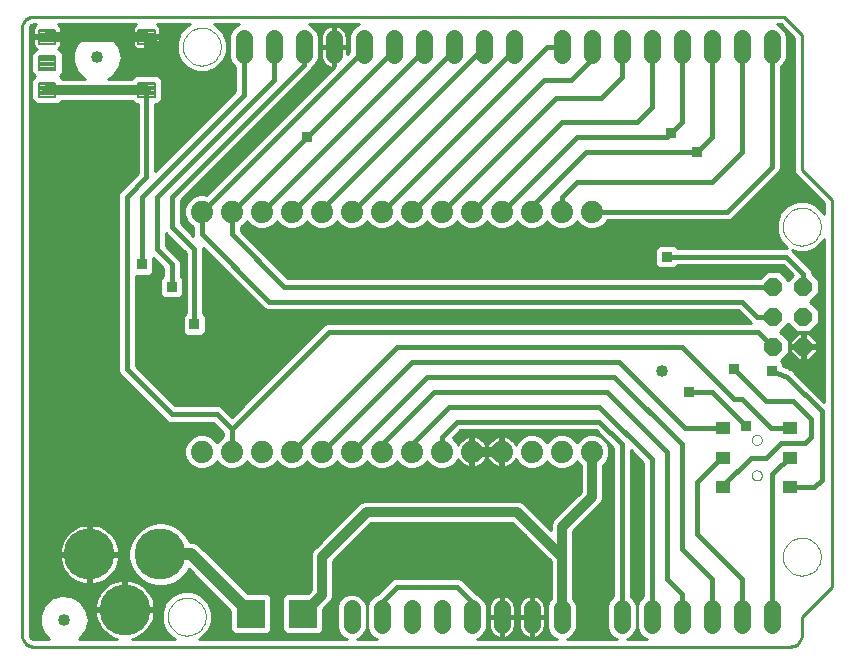
<source format=gtl>
G75*
%MOIN*%
%OFA0B0*%
%FSLAX24Y24*%
%IPPOS*%
%LPD*%
%AMOC8*
5,1,8,0,0,1.08239X$1,22.5*
%
%ADD10C,0.0100*%
%ADD11C,0.0000*%
%ADD12OC8,0.0610*%
%ADD13C,0.0560*%
%ADD14R,0.0945X0.0945*%
%ADD15C,0.0400*%
%ADD16C,0.0083*%
%ADD17C,0.1700*%
%ADD18C,0.0740*%
%ADD19R,0.0453X0.0394*%
%ADD20C,0.0160*%
%ADD21R,0.0356X0.0356*%
%ADD22C,0.0120*%
%ADD23C,0.0320*%
%ADD24C,0.0400*%
D10*
X001674Y001333D02*
X026886Y001333D01*
X026925Y001335D01*
X026963Y001341D01*
X027000Y001350D01*
X027037Y001363D01*
X027072Y001380D01*
X027105Y001399D01*
X027136Y001422D01*
X027165Y001448D01*
X027191Y001477D01*
X027214Y001508D01*
X027233Y001541D01*
X027250Y001576D01*
X027263Y001613D01*
X027272Y001650D01*
X027278Y001688D01*
X027280Y001727D01*
X027280Y002333D01*
X028280Y003333D01*
X028280Y016233D01*
X027280Y017233D01*
X027280Y021733D01*
X026680Y022333D01*
X001674Y022333D01*
X001674Y022073D02*
X001764Y022073D01*
X001735Y022057D01*
X001700Y022021D01*
X001675Y021977D01*
X001661Y021929D01*
X001661Y021719D01*
X002076Y021719D01*
X002076Y021619D01*
X001661Y021619D01*
X001661Y021410D01*
X001675Y021361D01*
X001700Y021317D01*
X001735Y021282D01*
X001777Y021258D01*
X001710Y021231D01*
X001640Y021160D01*
X001601Y021068D01*
X001601Y020499D01*
X001640Y020407D01*
X001706Y020340D01*
X001640Y020274D01*
X001601Y020182D01*
X001601Y019613D01*
X001640Y019521D01*
X001710Y019450D01*
X001803Y019412D01*
X002450Y019412D01*
X002542Y019450D01*
X002613Y019521D01*
X002616Y019528D01*
X004944Y019528D01*
X004947Y019521D01*
X005018Y019450D01*
X005110Y019412D01*
X005144Y019412D01*
X005144Y017107D01*
X004616Y016579D01*
X004534Y016498D01*
X004490Y016391D01*
X004490Y010526D01*
X004534Y010419D01*
X006034Y008919D01*
X006116Y008837D01*
X006222Y008793D01*
X007660Y008793D01*
X007990Y008463D01*
X007990Y008341D01*
X007951Y008325D01*
X007788Y008162D01*
X007780Y008142D01*
X007772Y008162D01*
X007609Y008325D01*
X007395Y008413D01*
X007165Y008413D01*
X006951Y008325D01*
X006788Y008162D01*
X006700Y007949D01*
X006700Y007718D01*
X006788Y007505D01*
X006951Y007342D01*
X001540Y007342D01*
X001540Y007440D02*
X006853Y007440D01*
X006774Y007539D02*
X001540Y007539D01*
X001540Y007637D02*
X006733Y007637D01*
X006700Y007736D02*
X001540Y007736D01*
X001540Y007834D02*
X006700Y007834D01*
X006700Y007933D02*
X001540Y007933D01*
X001540Y008031D02*
X006734Y008031D01*
X006775Y008130D02*
X001540Y008130D01*
X001540Y008228D02*
X006855Y008228D01*
X006956Y008327D02*
X001540Y008327D01*
X001540Y008425D02*
X007990Y008425D01*
X007956Y008327D02*
X007604Y008327D01*
X007705Y008228D02*
X007855Y008228D01*
X007929Y008524D02*
X001540Y008524D01*
X001540Y008622D02*
X007831Y008622D01*
X007732Y008721D02*
X001540Y008721D01*
X001540Y008819D02*
X006159Y008819D01*
X006035Y008918D02*
X001540Y008918D01*
X001540Y009016D02*
X005937Y009016D01*
X005838Y009115D02*
X001540Y009115D01*
X001540Y009213D02*
X005740Y009213D01*
X005641Y009312D02*
X001540Y009312D01*
X001540Y009410D02*
X005543Y009410D01*
X005444Y009509D02*
X001540Y009509D01*
X001540Y009607D02*
X005346Y009607D01*
X005247Y009706D02*
X001540Y009706D01*
X001540Y009804D02*
X005149Y009804D01*
X005050Y009903D02*
X001540Y009903D01*
X001540Y010001D02*
X004952Y010001D01*
X004853Y010100D02*
X001540Y010100D01*
X001540Y010198D02*
X004755Y010198D01*
X004656Y010297D02*
X001540Y010297D01*
X001540Y010395D02*
X004558Y010395D01*
X004503Y010494D02*
X001540Y010494D01*
X001540Y010592D02*
X004490Y010592D01*
X004490Y010691D02*
X001540Y010691D01*
X001540Y010789D02*
X004490Y010789D01*
X004490Y010888D02*
X001540Y010888D01*
X001540Y010986D02*
X004490Y010986D01*
X004490Y011085D02*
X001540Y011085D01*
X001540Y011183D02*
X004490Y011183D01*
X004490Y011282D02*
X001540Y011282D01*
X001540Y011380D02*
X004490Y011380D01*
X004490Y011479D02*
X001540Y011479D01*
X001540Y011577D02*
X004490Y011577D01*
X004490Y011676D02*
X001540Y011676D01*
X001540Y011774D02*
X004490Y011774D01*
X004490Y011873D02*
X001540Y011873D01*
X001540Y011971D02*
X004490Y011971D01*
X004490Y012070D02*
X001540Y012070D01*
X001540Y012168D02*
X004490Y012168D01*
X004490Y012267D02*
X001540Y012267D01*
X001540Y012365D02*
X004490Y012365D01*
X004490Y012464D02*
X001540Y012464D01*
X001540Y012562D02*
X004490Y012562D01*
X004490Y012661D02*
X001540Y012661D01*
X001540Y012759D02*
X004490Y012759D01*
X004490Y012858D02*
X001540Y012858D01*
X001540Y012956D02*
X004490Y012956D01*
X004490Y013055D02*
X001540Y013055D01*
X001540Y013153D02*
X004490Y013153D01*
X004490Y013252D02*
X001540Y013252D01*
X001540Y013350D02*
X004490Y013350D01*
X004490Y013449D02*
X001540Y013449D01*
X001540Y013547D02*
X004490Y013547D01*
X004490Y013646D02*
X001540Y013646D01*
X001540Y013744D02*
X004490Y013744D01*
X004490Y013843D02*
X001540Y013843D01*
X001540Y013941D02*
X004490Y013941D01*
X004490Y014040D02*
X001540Y014040D01*
X001540Y014138D02*
X004490Y014138D01*
X004490Y014237D02*
X001540Y014237D01*
X001540Y014335D02*
X004490Y014335D01*
X004490Y014434D02*
X001540Y014434D01*
X001540Y014532D02*
X004490Y014532D01*
X004490Y014631D02*
X001540Y014631D01*
X001540Y014729D02*
X004490Y014729D01*
X004490Y014828D02*
X001540Y014828D01*
X001540Y014926D02*
X004490Y014926D01*
X004490Y015025D02*
X001540Y015025D01*
X001540Y015123D02*
X004490Y015123D01*
X004490Y015222D02*
X001540Y015222D01*
X001540Y015320D02*
X004490Y015320D01*
X004490Y015419D02*
X001540Y015419D01*
X001540Y015517D02*
X004490Y015517D01*
X004490Y015616D02*
X001540Y015616D01*
X001540Y015714D02*
X004490Y015714D01*
X004490Y015813D02*
X001540Y015813D01*
X001540Y015911D02*
X004490Y015911D01*
X004490Y016010D02*
X001540Y016010D01*
X001540Y016108D02*
X004490Y016108D01*
X004490Y016207D02*
X001540Y016207D01*
X001540Y016305D02*
X004490Y016305D01*
X004495Y016404D02*
X001540Y016404D01*
X001540Y016502D02*
X004539Y016502D01*
X004637Y016601D02*
X001540Y016601D01*
X001540Y016699D02*
X004736Y016699D01*
X004834Y016798D02*
X001540Y016798D01*
X001540Y016896D02*
X004933Y016896D01*
X005031Y016995D02*
X001540Y016995D01*
X001540Y017093D02*
X005130Y017093D01*
X005144Y017192D02*
X001540Y017192D01*
X001540Y017290D02*
X005144Y017290D01*
X005144Y017389D02*
X001540Y017389D01*
X001540Y017487D02*
X005144Y017487D01*
X005144Y017586D02*
X001540Y017586D01*
X001540Y017684D02*
X005144Y017684D01*
X005144Y017783D02*
X001540Y017783D01*
X001540Y017881D02*
X005144Y017881D01*
X005144Y017980D02*
X001540Y017980D01*
X001540Y018078D02*
X005144Y018078D01*
X005144Y018177D02*
X001540Y018177D01*
X001540Y018275D02*
X005144Y018275D01*
X005144Y018374D02*
X001540Y018374D01*
X001540Y018472D02*
X005144Y018472D01*
X005144Y018571D02*
X001540Y018571D01*
X001540Y018669D02*
X005144Y018669D01*
X005144Y018768D02*
X001540Y018768D01*
X001540Y018866D02*
X005144Y018866D01*
X005144Y018965D02*
X001540Y018965D01*
X001540Y019063D02*
X005144Y019063D01*
X005144Y019162D02*
X001540Y019162D01*
X001540Y019260D02*
X005144Y019260D01*
X005144Y019359D02*
X001540Y019359D01*
X001540Y019457D02*
X001703Y019457D01*
X001625Y019556D02*
X001540Y019556D01*
X001540Y019654D02*
X001601Y019654D01*
X001601Y019753D02*
X001540Y019753D01*
X001540Y019851D02*
X001601Y019851D01*
X001601Y019950D02*
X001540Y019950D01*
X001540Y020048D02*
X001601Y020048D01*
X001601Y020147D02*
X001540Y020147D01*
X001540Y020245D02*
X001628Y020245D01*
X001703Y020344D02*
X001540Y020344D01*
X001540Y020442D02*
X001625Y020442D01*
X001601Y020541D02*
X001540Y020541D01*
X001540Y020639D02*
X001601Y020639D01*
X001601Y020738D02*
X001540Y020738D01*
X001540Y020836D02*
X001601Y020836D01*
X001601Y020935D02*
X001540Y020935D01*
X001540Y021033D02*
X001601Y021033D01*
X001628Y021132D02*
X001540Y021132D01*
X001540Y021230D02*
X001710Y021230D01*
X001693Y021329D02*
X001540Y021329D01*
X001540Y021427D02*
X001661Y021427D01*
X001661Y021526D02*
X001540Y021526D01*
X001540Y021624D02*
X002076Y021624D01*
X002176Y021624D02*
X003285Y021624D01*
X003367Y021698D02*
X003112Y021469D01*
X003112Y021469D01*
X002972Y021155D01*
X002972Y020812D01*
X003112Y020498D01*
X003112Y020498D01*
X003112Y020498D01*
X003367Y020268D01*
X003370Y020268D01*
X002616Y020268D01*
X002613Y020274D01*
X002547Y020340D01*
X002613Y020407D01*
X002651Y020499D01*
X002651Y021068D01*
X002613Y021160D01*
X002542Y021231D01*
X002476Y021258D01*
X002518Y021282D01*
X002553Y021317D01*
X002578Y021361D01*
X002591Y021410D01*
X002591Y021619D01*
X002176Y021619D01*
X002176Y021719D01*
X002591Y021719D01*
X002591Y021929D01*
X002578Y021977D01*
X002553Y022021D01*
X002518Y022057D01*
X002488Y022073D01*
X005072Y022073D01*
X005042Y022057D01*
X005007Y022021D01*
X004982Y021977D01*
X004969Y021929D01*
X004969Y021719D01*
X005384Y021719D01*
X005384Y021619D01*
X005484Y021619D01*
X005484Y021719D01*
X005899Y021719D01*
X005899Y021929D01*
X005885Y021977D01*
X005860Y022021D01*
X005825Y022057D01*
X005796Y022073D01*
X006872Y022073D01*
X006804Y022045D01*
X006568Y021809D01*
X006440Y021500D01*
X006440Y021166D01*
X006568Y020858D01*
X006804Y020621D01*
X007113Y020493D01*
X007447Y020493D01*
X007756Y020621D01*
X007992Y020858D01*
X008120Y021166D01*
X008120Y021500D01*
X007992Y021809D01*
X007756Y022045D01*
X007688Y022073D01*
X008510Y022073D01*
X008402Y022029D01*
X008265Y021891D01*
X008190Y021711D01*
X008190Y020956D01*
X008265Y020776D01*
X008390Y020650D01*
X008390Y019853D01*
X005724Y017187D01*
X005724Y019412D01*
X005757Y019412D01*
X005850Y019450D01*
X005920Y019521D01*
X005959Y019613D01*
X005959Y020182D01*
X005920Y020274D01*
X005850Y020345D01*
X005757Y020383D01*
X005110Y020383D01*
X005018Y020345D01*
X004947Y020274D01*
X004944Y020268D01*
X004155Y020268D01*
X004332Y020370D01*
X004534Y020648D01*
X004606Y020983D01*
X004534Y021319D01*
X004534Y021319D01*
X004332Y021597D01*
X004035Y021768D01*
X003694Y021804D01*
X003694Y021804D01*
X003367Y021698D01*
X003367Y021698D01*
X003443Y021723D02*
X002591Y021723D01*
X002591Y021821D02*
X004969Y021821D01*
X004969Y021723D02*
X004114Y021723D01*
X004035Y021768D02*
X004035Y021768D01*
X004285Y021624D02*
X005384Y021624D01*
X005384Y021619D02*
X004969Y021619D01*
X004969Y021410D01*
X004982Y021361D01*
X005007Y021317D01*
X005042Y021282D01*
X005086Y021257D01*
X005135Y021244D01*
X005384Y021244D01*
X005384Y021619D01*
X005384Y021526D02*
X005484Y021526D01*
X005484Y021619D02*
X005484Y021244D01*
X005732Y021244D01*
X005781Y021257D01*
X005825Y021282D01*
X005860Y021317D01*
X005885Y021361D01*
X005899Y021410D01*
X005899Y021619D01*
X005484Y021619D01*
X005484Y021624D02*
X006491Y021624D01*
X006451Y021526D02*
X005899Y021526D01*
X005899Y021427D02*
X006440Y021427D01*
X006440Y021329D02*
X005867Y021329D01*
X005484Y021329D02*
X005384Y021329D01*
X005384Y021427D02*
X005484Y021427D01*
X005899Y021723D02*
X006532Y021723D01*
X006580Y021821D02*
X005899Y021821D01*
X005899Y021920D02*
X006679Y021920D01*
X006777Y022018D02*
X005862Y022018D01*
X005005Y022018D02*
X002555Y022018D01*
X002591Y021920D02*
X004969Y021920D01*
X004969Y021526D02*
X004384Y021526D01*
X004332Y021597D02*
X004332Y021597D01*
X004332Y021597D01*
X004456Y021427D02*
X004969Y021427D01*
X005000Y021329D02*
X004527Y021329D01*
X004553Y021230D02*
X006440Y021230D01*
X006454Y021132D02*
X004574Y021132D01*
X004595Y021033D02*
X006495Y021033D01*
X006536Y020935D02*
X004595Y020935D01*
X004606Y020983D02*
X004606Y020983D01*
X004574Y020836D02*
X006589Y020836D01*
X006688Y020738D02*
X004553Y020738D01*
X004528Y020639D02*
X006786Y020639D01*
X006998Y020541D02*
X004457Y020541D01*
X004385Y020442D02*
X008390Y020442D01*
X008390Y020344D02*
X005850Y020344D01*
X005932Y020245D02*
X008390Y020245D01*
X008390Y020147D02*
X005959Y020147D01*
X005959Y020048D02*
X008390Y020048D01*
X008390Y019950D02*
X005959Y019950D01*
X005959Y019851D02*
X008388Y019851D01*
X008289Y019753D02*
X005959Y019753D01*
X005959Y019654D02*
X008191Y019654D01*
X008092Y019556D02*
X005935Y019556D01*
X005857Y019457D02*
X007994Y019457D01*
X007895Y019359D02*
X005724Y019359D01*
X005724Y019260D02*
X007797Y019260D01*
X007698Y019162D02*
X005724Y019162D01*
X005724Y019063D02*
X007600Y019063D01*
X007501Y018965D02*
X005724Y018965D01*
X005724Y018866D02*
X007403Y018866D01*
X007304Y018768D02*
X005724Y018768D01*
X005724Y018669D02*
X007206Y018669D01*
X007107Y018571D02*
X005724Y018571D01*
X005724Y018472D02*
X007009Y018472D01*
X006910Y018374D02*
X005724Y018374D01*
X005724Y018275D02*
X006812Y018275D01*
X006713Y018177D02*
X005724Y018177D01*
X005724Y018078D02*
X006615Y018078D01*
X006516Y017980D02*
X005724Y017980D01*
X005724Y017881D02*
X006418Y017881D01*
X006319Y017783D02*
X005724Y017783D01*
X005724Y017684D02*
X006221Y017684D01*
X006122Y017586D02*
X005724Y017586D01*
X005724Y017487D02*
X006024Y017487D01*
X005925Y017389D02*
X005724Y017389D01*
X005724Y017290D02*
X005827Y017290D01*
X005728Y017192D02*
X005724Y017192D01*
X006761Y016404D02*
X007142Y016404D01*
X007165Y016413D02*
X006951Y016325D01*
X006788Y016162D01*
X006700Y015949D01*
X006700Y015718D01*
X006788Y015505D01*
X006951Y015342D01*
X006990Y015326D01*
X006990Y015033D01*
X006570Y015453D01*
X006570Y016213D01*
X010844Y020487D01*
X010844Y020487D01*
X010926Y020569D01*
X010954Y020636D01*
X010958Y020638D01*
X011095Y020776D01*
X011170Y020956D01*
X011170Y021711D01*
X011095Y021891D01*
X010958Y022029D01*
X010850Y022073D01*
X012510Y022073D01*
X012402Y022029D01*
X012265Y021891D01*
X012190Y021711D01*
X012190Y021153D01*
X012110Y021073D01*
X012110Y021300D01*
X011714Y021300D01*
X011714Y021367D01*
X012110Y021367D01*
X012110Y021647D01*
X012099Y021714D01*
X012078Y021778D01*
X012048Y021839D01*
X012008Y021893D01*
X011960Y021941D01*
X011905Y021981D01*
X011845Y022012D01*
X011781Y022033D01*
X011714Y022043D01*
X011714Y022043D01*
X011714Y021367D01*
X011646Y021367D01*
X011646Y021300D01*
X011250Y021300D01*
X011250Y021019D01*
X011261Y020953D01*
X011282Y020888D01*
X011312Y020828D01*
X011352Y020773D01*
X011400Y020725D01*
X011455Y020686D01*
X011515Y020655D01*
X011579Y020634D01*
X011646Y020623D01*
X011646Y020623D01*
X011646Y021300D01*
X011714Y021300D01*
X011714Y020677D01*
X007434Y016397D01*
X007395Y016413D01*
X007165Y016413D01*
X007418Y016404D02*
X007440Y016404D01*
X007539Y016502D02*
X006859Y016502D01*
X006958Y016601D02*
X007637Y016601D01*
X007736Y016699D02*
X007056Y016699D01*
X007155Y016798D02*
X007834Y016798D01*
X007933Y016896D02*
X007253Y016896D01*
X007352Y016995D02*
X008031Y016995D01*
X008130Y017093D02*
X007450Y017093D01*
X007549Y017192D02*
X008228Y017192D01*
X008327Y017290D02*
X007647Y017290D01*
X007746Y017389D02*
X008425Y017389D01*
X008524Y017487D02*
X007844Y017487D01*
X007943Y017586D02*
X008622Y017586D01*
X008721Y017684D02*
X008041Y017684D01*
X008140Y017783D02*
X008819Y017783D01*
X008918Y017881D02*
X008238Y017881D01*
X008337Y017980D02*
X009016Y017980D01*
X009115Y018078D02*
X008435Y018078D01*
X008534Y018177D02*
X009213Y018177D01*
X009312Y018275D02*
X008632Y018275D01*
X008731Y018374D02*
X009410Y018374D01*
X009509Y018472D02*
X008829Y018472D01*
X008928Y018571D02*
X009607Y018571D01*
X009706Y018669D02*
X009026Y018669D01*
X009125Y018768D02*
X009804Y018768D01*
X009903Y018866D02*
X009223Y018866D01*
X009322Y018965D02*
X010001Y018965D01*
X010100Y019063D02*
X009420Y019063D01*
X009519Y019162D02*
X010198Y019162D01*
X010297Y019260D02*
X009617Y019260D01*
X009716Y019359D02*
X010395Y019359D01*
X010494Y019457D02*
X009814Y019457D01*
X009913Y019556D02*
X010592Y019556D01*
X010691Y019654D02*
X010011Y019654D01*
X010110Y019753D02*
X010789Y019753D01*
X010888Y019851D02*
X010208Y019851D01*
X010307Y019950D02*
X010986Y019950D01*
X011085Y020048D02*
X010405Y020048D01*
X010504Y020147D02*
X011183Y020147D01*
X011282Y020245D02*
X010602Y020245D01*
X010701Y020344D02*
X011380Y020344D01*
X011479Y020442D02*
X010799Y020442D01*
X010898Y020541D02*
X011577Y020541D01*
X011563Y020639D02*
X010959Y020639D01*
X011058Y020738D02*
X011387Y020738D01*
X011308Y020836D02*
X011121Y020836D01*
X011161Y020935D02*
X011266Y020935D01*
X011250Y021033D02*
X011170Y021033D01*
X011170Y021132D02*
X011250Y021132D01*
X011250Y021230D02*
X011170Y021230D01*
X011170Y021329D02*
X011646Y021329D01*
X011646Y021367D02*
X011250Y021367D01*
X011250Y021647D01*
X011261Y021714D01*
X011282Y021778D01*
X011312Y021839D01*
X011352Y021893D01*
X011400Y021941D01*
X011455Y021981D01*
X011515Y022012D01*
X011579Y022033D01*
X011646Y022043D01*
X011646Y022043D01*
X011646Y021367D01*
X011646Y021427D02*
X011714Y021427D01*
X011714Y021329D02*
X012190Y021329D01*
X012190Y021427D02*
X012110Y021427D01*
X012110Y021526D02*
X012190Y021526D01*
X012190Y021624D02*
X012110Y021624D01*
X012097Y021723D02*
X012195Y021723D01*
X012236Y021821D02*
X012057Y021821D01*
X011982Y021920D02*
X012294Y021920D01*
X012392Y022018D02*
X011825Y022018D01*
X011714Y022018D02*
X011646Y022018D01*
X011646Y021920D02*
X011714Y021920D01*
X011714Y021821D02*
X011646Y021821D01*
X011646Y021723D02*
X011714Y021723D01*
X011714Y021624D02*
X011646Y021624D01*
X011646Y021526D02*
X011714Y021526D01*
X011714Y021230D02*
X011646Y021230D01*
X011646Y021132D02*
X011714Y021132D01*
X011714Y021033D02*
X011646Y021033D01*
X011646Y020935D02*
X011714Y020935D01*
X011714Y020836D02*
X011646Y020836D01*
X011646Y020738D02*
X011714Y020738D01*
X011676Y020639D02*
X011646Y020639D01*
X012110Y021132D02*
X012168Y021132D01*
X012190Y021230D02*
X012110Y021230D01*
X011250Y021427D02*
X011170Y021427D01*
X011170Y021526D02*
X011250Y021526D01*
X011250Y021624D02*
X011170Y021624D01*
X011165Y021723D02*
X011263Y021723D01*
X011303Y021821D02*
X011124Y021821D01*
X011066Y021920D02*
X011378Y021920D01*
X011535Y022018D02*
X010968Y022018D01*
X008392Y022018D02*
X007783Y022018D01*
X007881Y021920D02*
X008294Y021920D01*
X008236Y021821D02*
X007980Y021821D01*
X008028Y021723D02*
X008195Y021723D01*
X008190Y021624D02*
X008069Y021624D01*
X008109Y021526D02*
X008190Y021526D01*
X008190Y021427D02*
X008120Y021427D01*
X008120Y021329D02*
X008190Y021329D01*
X008190Y021230D02*
X008120Y021230D01*
X008106Y021132D02*
X008190Y021132D01*
X008190Y021033D02*
X008065Y021033D01*
X008024Y020935D02*
X008199Y020935D01*
X008239Y020836D02*
X007971Y020836D01*
X007872Y020738D02*
X008302Y020738D01*
X008390Y020639D02*
X007774Y020639D01*
X007562Y020541D02*
X008390Y020541D01*
X005017Y020344D02*
X004287Y020344D01*
X004332Y020370D02*
X004332Y020370D01*
X003367Y020268D02*
X003367Y020268D01*
X003283Y020344D02*
X002550Y020344D01*
X002628Y020442D02*
X003174Y020442D01*
X003093Y020541D02*
X002651Y020541D01*
X002651Y020639D02*
X003049Y020639D01*
X003005Y020738D02*
X002651Y020738D01*
X002651Y020836D02*
X002972Y020836D01*
X002972Y020935D02*
X002651Y020935D01*
X002651Y021033D02*
X002972Y021033D01*
X002972Y021132D02*
X002625Y021132D01*
X002543Y021230D02*
X003006Y021230D01*
X003050Y021329D02*
X002560Y021329D01*
X002591Y021427D02*
X003094Y021427D01*
X003176Y021526D02*
X002591Y021526D01*
X001661Y021723D02*
X001540Y021723D01*
X001540Y021821D02*
X001661Y021821D01*
X001661Y021920D02*
X001540Y021920D01*
X001540Y021940D02*
X001543Y021966D01*
X001563Y022014D01*
X001599Y022051D01*
X001648Y022071D01*
X001674Y022073D01*
X001698Y022018D02*
X001567Y022018D01*
X001540Y021940D02*
X001540Y001727D01*
X001543Y001701D01*
X001563Y001653D01*
X001599Y001616D01*
X001648Y001596D01*
X001674Y001593D01*
X002184Y001593D01*
X002012Y001748D01*
X002012Y001748D01*
X001872Y002062D01*
X001872Y002405D01*
X002012Y002719D01*
X002012Y002719D01*
X002267Y002948D01*
X002267Y002948D01*
X002594Y003054D01*
X002594Y003054D01*
X002935Y003018D01*
X002935Y003018D01*
X003232Y002847D01*
X003232Y002847D01*
X003232Y002847D01*
X003434Y002569D01*
X003434Y002569D01*
X003506Y002233D01*
X003434Y001898D01*
X003434Y001898D01*
X003232Y001620D01*
X003232Y001620D01*
X003187Y001593D01*
X004467Y001593D01*
X004435Y001601D01*
X004329Y001638D01*
X004228Y001686D01*
X004133Y001746D01*
X004045Y001816D01*
X003966Y001896D01*
X003896Y001983D01*
X003836Y002078D01*
X003787Y002180D01*
X003750Y002286D01*
X003725Y002395D01*
X003713Y002507D01*
X003713Y002513D01*
X004663Y002513D01*
X004663Y002613D01*
X004663Y003563D01*
X004656Y003563D01*
X004545Y003550D01*
X004435Y003525D01*
X004329Y003488D01*
X004228Y003440D01*
X004133Y003380D01*
X004045Y003310D01*
X003966Y003230D01*
X003896Y003143D01*
X003836Y003047D01*
X003787Y002946D01*
X003750Y002840D01*
X003725Y002731D01*
X003713Y002619D01*
X003713Y002613D01*
X004663Y002613D01*
X004763Y002613D01*
X005713Y002613D01*
X005713Y002619D01*
X005700Y002731D01*
X005675Y002840D01*
X005638Y002946D01*
X005589Y003047D01*
X005529Y003143D01*
X005459Y003230D01*
X005380Y003310D01*
X005292Y003380D01*
X005197Y003440D01*
X005096Y003488D01*
X004990Y003525D01*
X004880Y003550D01*
X004769Y003563D01*
X004763Y003563D01*
X004763Y002613D01*
X004763Y002513D01*
X005713Y002513D01*
X005713Y002507D01*
X005700Y002395D01*
X005675Y002286D01*
X005638Y002180D01*
X005589Y002078D01*
X005529Y001983D01*
X005459Y001896D01*
X005380Y001816D01*
X005292Y001746D01*
X005197Y001686D01*
X005096Y001638D01*
X004990Y001601D01*
X004958Y001593D01*
X006372Y001593D01*
X006304Y001621D01*
X006068Y001858D01*
X005940Y002166D01*
X005940Y002500D01*
X006068Y002809D01*
X006304Y003045D01*
X006613Y003173D01*
X006947Y003173D01*
X007256Y003045D01*
X007492Y002809D01*
X007620Y002500D01*
X007620Y002166D01*
X007492Y001858D01*
X007256Y001621D01*
X007188Y001593D01*
X012110Y001593D01*
X012002Y001638D01*
X011865Y001776D01*
X011790Y001956D01*
X011790Y002711D01*
X011865Y002891D01*
X012002Y003029D01*
X012183Y003103D01*
X012377Y003103D01*
X012558Y003029D01*
X012695Y002891D01*
X012770Y002711D01*
X012770Y001956D01*
X012695Y001776D01*
X012558Y001638D01*
X012450Y001593D01*
X013110Y001593D01*
X013002Y001638D01*
X012865Y001776D01*
X012790Y001956D01*
X012790Y002711D01*
X012865Y002891D01*
X013002Y003029D01*
X013110Y003073D01*
X013534Y003498D01*
X013616Y003579D01*
X013722Y003623D01*
X015838Y003623D01*
X015944Y003579D01*
X016444Y003079D01*
X016450Y003073D01*
X016558Y003029D01*
X016695Y002891D01*
X016770Y002711D01*
X016770Y001956D01*
X016695Y001776D01*
X016558Y001638D01*
X016450Y001593D01*
X019110Y001593D01*
X019002Y001638D01*
X018865Y001776D01*
X018790Y001956D01*
X018790Y002711D01*
X018865Y002891D01*
X018910Y002936D01*
X018910Y004180D01*
X018120Y004970D01*
X018070Y005020D01*
X017627Y005463D01*
X012933Y005463D01*
X011650Y004180D01*
X011650Y002994D01*
X011594Y002858D01*
X011329Y002593D01*
X011329Y001874D01*
X011206Y001751D01*
X010087Y001751D01*
X009964Y001874D01*
X009964Y002993D01*
X010087Y003116D01*
X010805Y003116D01*
X010910Y003220D01*
X010910Y004407D01*
X010966Y004543D01*
X011070Y004647D01*
X012466Y006043D01*
X012570Y006147D01*
X012706Y006203D01*
X017854Y006203D01*
X017990Y006147D01*
X018594Y005543D01*
X018644Y005493D01*
X018910Y005227D01*
X018910Y005407D01*
X018966Y005543D01*
X019910Y006487D01*
X019910Y007383D01*
X019788Y007505D01*
X019780Y007525D01*
X019772Y007505D01*
X019609Y007342D01*
X019910Y007342D01*
X019910Y007243D02*
X001540Y007243D01*
X001540Y007145D02*
X019910Y007145D01*
X019910Y007046D02*
X001540Y007046D01*
X001540Y006948D02*
X019910Y006948D01*
X019910Y006849D02*
X001540Y006849D01*
X001540Y006751D02*
X019910Y006751D01*
X019910Y006652D02*
X001540Y006652D01*
X001540Y006554D02*
X019910Y006554D01*
X019879Y006455D02*
X001540Y006455D01*
X001540Y006357D02*
X019780Y006357D01*
X019682Y006258D02*
X001540Y006258D01*
X001540Y006160D02*
X012601Y006160D01*
X012485Y006061D02*
X001540Y006061D01*
X001540Y005963D02*
X012386Y005963D01*
X012288Y005864D02*
X001540Y005864D01*
X001540Y005766D02*
X012189Y005766D01*
X012091Y005667D02*
X001540Y005667D01*
X001540Y005569D02*
X011992Y005569D01*
X011894Y005470D02*
X006044Y005470D01*
X006033Y005473D02*
X005754Y005473D01*
X005485Y005401D01*
X005243Y005262D01*
X005045Y005064D01*
X004906Y004822D01*
X004834Y004553D01*
X004834Y004274D01*
X004906Y004004D01*
X005045Y003762D01*
X005243Y003565D01*
X005485Y003426D01*
X005754Y003353D01*
X006033Y003353D01*
X006303Y003426D01*
X006545Y003565D01*
X006742Y003762D01*
X006838Y003929D01*
X008231Y002536D01*
X008231Y001874D01*
X008354Y001751D01*
X009473Y001751D01*
X009596Y001874D01*
X009596Y002993D01*
X009473Y003116D01*
X008811Y003116D01*
X007166Y004761D01*
X007015Y004823D01*
X006881Y004823D01*
X006742Y005064D01*
X006545Y005262D01*
X006303Y005401D01*
X006033Y005473D01*
X005743Y005470D02*
X001540Y005470D01*
X001540Y005372D02*
X003243Y005372D01*
X003254Y005376D02*
X003148Y005339D01*
X003047Y005290D01*
X002952Y005230D01*
X002864Y005160D01*
X002785Y005081D01*
X002715Y004993D01*
X002655Y004898D01*
X002606Y004797D01*
X002569Y004691D01*
X002544Y004581D01*
X002531Y004469D01*
X002531Y004463D01*
X003481Y004463D01*
X003481Y004363D01*
X002531Y004363D01*
X002531Y004357D01*
X002544Y004246D01*
X002569Y004136D01*
X002606Y004030D01*
X002655Y003929D01*
X002715Y003834D01*
X002785Y003746D01*
X002864Y003667D01*
X002952Y003596D01*
X003047Y003537D01*
X003148Y003488D01*
X003254Y003451D01*
X003364Y003426D01*
X003475Y003413D01*
X003481Y003413D01*
X003481Y004363D01*
X003581Y004363D01*
X003581Y003413D01*
X003588Y003413D01*
X003699Y003426D01*
X003809Y003451D01*
X003915Y003488D01*
X004016Y003537D01*
X004111Y003596D01*
X004199Y003667D01*
X004278Y003746D01*
X004348Y003834D01*
X004408Y003929D01*
X004457Y004030D01*
X004494Y004136D01*
X004519Y004246D01*
X004531Y004357D01*
X004531Y004363D01*
X003582Y004363D01*
X003582Y004463D01*
X004531Y004463D01*
X004531Y004469D01*
X004519Y004581D01*
X004494Y004691D01*
X004457Y004797D01*
X004408Y004898D01*
X004348Y004993D01*
X004278Y005081D01*
X004199Y005160D01*
X004111Y005230D01*
X004016Y005290D01*
X003915Y005339D01*
X003809Y005376D01*
X003699Y005401D01*
X003588Y005413D01*
X003581Y005413D01*
X003581Y004463D01*
X003481Y004463D01*
X003481Y005413D01*
X003475Y005413D01*
X003364Y005401D01*
X003254Y005376D01*
X003481Y005372D02*
X003581Y005372D01*
X003581Y005273D02*
X003481Y005273D01*
X003481Y005175D02*
X003581Y005175D01*
X003581Y005076D02*
X003481Y005076D01*
X003481Y004978D02*
X003581Y004978D01*
X003581Y004879D02*
X003481Y004879D01*
X003481Y004781D02*
X003581Y004781D01*
X003581Y004682D02*
X003481Y004682D01*
X003481Y004584D02*
X003581Y004584D01*
X003581Y004485D02*
X003481Y004485D01*
X003481Y004387D02*
X001540Y004387D01*
X001540Y004485D02*
X002533Y004485D01*
X002545Y004584D02*
X001540Y004584D01*
X001540Y004682D02*
X002567Y004682D01*
X002601Y004781D02*
X001540Y004781D01*
X001540Y004879D02*
X002646Y004879D01*
X002705Y004978D02*
X001540Y004978D01*
X001540Y005076D02*
X002781Y005076D01*
X002883Y005175D02*
X001540Y005175D01*
X001540Y005273D02*
X003021Y005273D01*
X003820Y005372D02*
X005434Y005372D01*
X005263Y005273D02*
X004042Y005273D01*
X004180Y005175D02*
X005156Y005175D01*
X005058Y005076D02*
X004282Y005076D01*
X004358Y004978D02*
X004996Y004978D01*
X004939Y004879D02*
X004417Y004879D01*
X004462Y004781D02*
X004895Y004781D01*
X004868Y004682D02*
X004496Y004682D01*
X004518Y004584D02*
X004842Y004584D01*
X004834Y004485D02*
X004530Y004485D01*
X004524Y004288D02*
X004834Y004288D01*
X004834Y004387D02*
X003582Y004387D01*
X003581Y004288D02*
X003481Y004288D01*
X003481Y004190D02*
X003581Y004190D01*
X003581Y004091D02*
X003481Y004091D01*
X003481Y003993D02*
X003581Y003993D01*
X003581Y003894D02*
X003481Y003894D01*
X003481Y003796D02*
X003581Y003796D01*
X003581Y003697D02*
X003481Y003697D01*
X003481Y003599D02*
X003581Y003599D01*
X003581Y003500D02*
X003481Y003500D01*
X003940Y003500D02*
X004364Y003500D01*
X004168Y003402D02*
X001540Y003402D01*
X001540Y003500D02*
X003123Y003500D01*
X002949Y003599D02*
X001540Y003599D01*
X001540Y003697D02*
X002833Y003697D01*
X002745Y003796D02*
X001540Y003796D01*
X001540Y003894D02*
X002677Y003894D01*
X002624Y003993D02*
X001540Y003993D01*
X001540Y004091D02*
X002585Y004091D01*
X002557Y004190D02*
X001540Y004190D01*
X001540Y004288D02*
X002539Y004288D01*
X001540Y003303D02*
X004039Y003303D01*
X003945Y003205D02*
X001540Y003205D01*
X001540Y003106D02*
X003873Y003106D01*
X003817Y003008D02*
X002954Y003008D01*
X003124Y002909D02*
X003774Y002909D01*
X003743Y002811D02*
X003259Y002811D01*
X003330Y002712D02*
X003723Y002712D01*
X003713Y002614D02*
X003402Y002614D01*
X003446Y002515D02*
X004663Y002515D01*
X004663Y002614D02*
X004763Y002614D01*
X004763Y002712D02*
X004663Y002712D01*
X004663Y002811D02*
X004763Y002811D01*
X004763Y002909D02*
X004663Y002909D01*
X004663Y003008D02*
X004763Y003008D01*
X004763Y003106D02*
X004663Y003106D01*
X004663Y003205D02*
X004763Y003205D01*
X004763Y003303D02*
X004663Y003303D01*
X004663Y003402D02*
X004763Y003402D01*
X004763Y003500D02*
X004663Y003500D01*
X005061Y003500D02*
X005355Y003500D01*
X005257Y003402D02*
X005573Y003402D01*
X005386Y003303D02*
X007464Y003303D01*
X007563Y003205D02*
X005480Y003205D01*
X005552Y003106D02*
X006451Y003106D01*
X006267Y003008D02*
X005608Y003008D01*
X005651Y002909D02*
X006168Y002909D01*
X006070Y002811D02*
X005682Y002811D01*
X005702Y002712D02*
X006028Y002712D01*
X005987Y002614D02*
X005713Y002614D01*
X005702Y002417D02*
X005940Y002417D01*
X005946Y002515D02*
X004763Y002515D01*
X005482Y001924D02*
X006040Y001924D01*
X005999Y002023D02*
X005554Y002023D01*
X005610Y002121D02*
X005959Y002121D01*
X005940Y002220D02*
X005652Y002220D01*
X005682Y002318D02*
X005940Y002318D01*
X006100Y001826D02*
X005390Y001826D01*
X005262Y001727D02*
X006198Y001727D01*
X006297Y001629D02*
X005071Y001629D01*
X004354Y001629D02*
X003239Y001629D01*
X003232Y001620D02*
X003232Y001620D01*
X003311Y001727D02*
X004163Y001727D01*
X004035Y001826D02*
X003382Y001826D01*
X003440Y001924D02*
X003943Y001924D01*
X003871Y002023D02*
X003461Y002023D01*
X003482Y002121D02*
X003815Y002121D01*
X003773Y002220D02*
X003503Y002220D01*
X003487Y002318D02*
X003743Y002318D01*
X003723Y002417D02*
X003467Y002417D01*
X002451Y003008D02*
X001540Y003008D01*
X001540Y002909D02*
X002224Y002909D01*
X002115Y002811D02*
X001540Y002811D01*
X001540Y002712D02*
X002009Y002712D01*
X001965Y002614D02*
X001540Y002614D01*
X001540Y002515D02*
X001922Y002515D01*
X001878Y002417D02*
X001540Y002417D01*
X001540Y002318D02*
X001872Y002318D01*
X001872Y002220D02*
X001540Y002220D01*
X001540Y002121D02*
X001872Y002121D01*
X001890Y002023D02*
X001540Y002023D01*
X001540Y001924D02*
X001934Y001924D01*
X001977Y001826D02*
X001540Y001826D01*
X001540Y001727D02*
X002035Y001727D01*
X002145Y001629D02*
X001586Y001629D01*
X001674Y001333D02*
X001635Y001335D01*
X001597Y001341D01*
X001560Y001350D01*
X001523Y001363D01*
X001488Y001380D01*
X001455Y001399D01*
X001424Y001422D01*
X001395Y001448D01*
X001369Y001477D01*
X001346Y001508D01*
X001327Y001541D01*
X001310Y001576D01*
X001297Y001613D01*
X001288Y001650D01*
X001282Y001688D01*
X001280Y001727D01*
X001280Y021940D01*
X001282Y021979D01*
X001288Y022017D01*
X001297Y022054D01*
X001310Y022091D01*
X001327Y022126D01*
X001346Y022159D01*
X001369Y022190D01*
X001395Y022219D01*
X001424Y022245D01*
X001455Y022268D01*
X001488Y022287D01*
X001523Y022304D01*
X001560Y022317D01*
X001597Y022326D01*
X001635Y022332D01*
X001674Y022334D01*
X002550Y019457D02*
X005010Y019457D01*
X006662Y016305D02*
X006932Y016305D01*
X006833Y016207D02*
X006570Y016207D01*
X006570Y016108D02*
X006766Y016108D01*
X006725Y016010D02*
X006570Y016010D01*
X006570Y015911D02*
X006700Y015911D01*
X006700Y015813D02*
X006570Y015813D01*
X006570Y015714D02*
X006701Y015714D01*
X006742Y015616D02*
X006570Y015616D01*
X006570Y015517D02*
X006783Y015517D01*
X006874Y015419D02*
X006605Y015419D01*
X006703Y015320D02*
X006990Y015320D01*
X006990Y015222D02*
X006802Y015222D01*
X006900Y015123D02*
X006990Y015123D01*
X007320Y014633D02*
X009284Y012669D01*
X009284Y012669D01*
X009366Y012587D01*
X009472Y012543D01*
X025160Y012543D01*
X025580Y012123D01*
X011472Y012123D01*
X011366Y012079D01*
X008280Y008993D01*
X007944Y009329D01*
X007838Y009373D01*
X006400Y009373D01*
X005070Y010703D01*
X005070Y013695D01*
X005545Y013695D01*
X005668Y013818D01*
X005668Y014285D01*
X005990Y013963D01*
X005990Y013697D01*
X005892Y013598D01*
X005892Y013068D01*
X006015Y012945D01*
X006545Y012945D01*
X006668Y013068D01*
X006668Y013598D01*
X006570Y013697D01*
X006570Y014141D01*
X006526Y014248D01*
X006444Y014329D01*
X006070Y014703D01*
X006070Y015123D01*
X006116Y015077D01*
X006133Y015070D01*
X006740Y014463D01*
X006740Y012447D01*
X006642Y012348D01*
X006642Y011818D01*
X006765Y011695D01*
X007295Y011695D01*
X007418Y011818D01*
X007418Y012348D01*
X007320Y012447D01*
X007320Y014633D01*
X007320Y014631D02*
X007322Y014631D01*
X007320Y014532D02*
X007421Y014532D01*
X007519Y014434D02*
X007320Y014434D01*
X007320Y014335D02*
X007618Y014335D01*
X007716Y014237D02*
X007320Y014237D01*
X007320Y014138D02*
X007815Y014138D01*
X007913Y014040D02*
X007320Y014040D01*
X007320Y013941D02*
X008012Y013941D01*
X008110Y013843D02*
X007320Y013843D01*
X007320Y013744D02*
X008209Y013744D01*
X008307Y013646D02*
X007320Y013646D01*
X007320Y013547D02*
X008406Y013547D01*
X008504Y013449D02*
X007320Y013449D01*
X007320Y013350D02*
X008603Y013350D01*
X008701Y013252D02*
X007320Y013252D01*
X007320Y013153D02*
X008800Y013153D01*
X008898Y013055D02*
X007320Y013055D01*
X007320Y012956D02*
X008997Y012956D01*
X009095Y012858D02*
X007320Y012858D01*
X007320Y012759D02*
X009194Y012759D01*
X009292Y012661D02*
X007320Y012661D01*
X007320Y012562D02*
X009426Y012562D01*
X010150Y013623D02*
X008570Y015203D01*
X008570Y015326D01*
X008609Y015342D01*
X008772Y015505D01*
X008780Y015525D01*
X008788Y015505D01*
X008951Y015342D01*
X009165Y015253D01*
X009395Y015253D01*
X009609Y015342D01*
X009772Y015505D01*
X009780Y015525D01*
X009788Y015505D01*
X009951Y015342D01*
X010165Y015253D01*
X010395Y015253D01*
X010609Y015342D01*
X010772Y015505D01*
X010780Y015525D01*
X010788Y015505D01*
X010951Y015342D01*
X011165Y015253D01*
X011395Y015253D01*
X011609Y015342D01*
X011772Y015505D01*
X011780Y015525D01*
X011788Y015505D01*
X011951Y015342D01*
X012165Y015253D01*
X012395Y015253D01*
X012609Y015342D01*
X012772Y015505D01*
X012780Y015525D01*
X012788Y015505D01*
X012951Y015342D01*
X013165Y015253D01*
X013395Y015253D01*
X013609Y015342D01*
X013772Y015505D01*
X013780Y015525D01*
X013788Y015505D01*
X013951Y015342D01*
X014165Y015253D01*
X014395Y015253D01*
X014609Y015342D01*
X014772Y015505D01*
X014780Y015525D01*
X014788Y015505D01*
X014951Y015342D01*
X015165Y015253D01*
X015395Y015253D01*
X015609Y015342D01*
X015772Y015505D01*
X015780Y015525D01*
X015788Y015505D01*
X015951Y015342D01*
X016165Y015253D01*
X016395Y015253D01*
X016609Y015342D01*
X016772Y015505D01*
X016780Y015525D01*
X016788Y015505D01*
X016951Y015342D01*
X017165Y015253D01*
X017395Y015253D01*
X017609Y015342D01*
X017772Y015505D01*
X017780Y015525D01*
X017788Y015505D01*
X017951Y015342D01*
X018165Y015253D01*
X018395Y015253D01*
X018609Y015342D01*
X018772Y015505D01*
X018780Y015525D01*
X018788Y015505D01*
X018951Y015342D01*
X019165Y015253D01*
X019395Y015253D01*
X019609Y015342D01*
X019772Y015505D01*
X019780Y015525D01*
X019788Y015505D01*
X019951Y015342D01*
X020165Y015253D01*
X020395Y015253D01*
X020609Y015342D01*
X020772Y015505D01*
X020788Y015543D01*
X024838Y015543D01*
X024944Y015587D01*
X026444Y017087D01*
X026526Y017169D01*
X026570Y017276D01*
X026570Y020650D01*
X026695Y020776D01*
X026770Y020956D01*
X026770Y021711D01*
X026695Y021891D01*
X026558Y022029D01*
X026450Y022073D01*
X026572Y022073D01*
X027020Y021626D01*
X027020Y017182D01*
X027060Y017086D01*
X027133Y017013D01*
X028020Y016126D01*
X028020Y015742D01*
X027992Y015809D01*
X027756Y016045D01*
X027447Y016173D01*
X027113Y016173D01*
X026804Y016045D01*
X026568Y015809D01*
X026440Y015500D01*
X026440Y015166D01*
X026568Y014858D01*
X026802Y014623D01*
X023143Y014623D01*
X023045Y014721D01*
X022515Y014721D01*
X022392Y014598D01*
X022392Y014068D01*
X022515Y013945D01*
X023045Y013945D01*
X023143Y014043D01*
X026640Y014043D01*
X026976Y013708D01*
X026830Y013562D01*
X026543Y013848D01*
X026117Y013848D01*
X025892Y013623D01*
X010150Y013623D01*
X010128Y013646D02*
X025914Y013646D01*
X026013Y013744D02*
X010029Y013744D01*
X009931Y013843D02*
X026111Y013843D01*
X026549Y013843D02*
X026840Y013843D01*
X026742Y013941D02*
X009832Y013941D01*
X009734Y014040D02*
X022420Y014040D01*
X022392Y014138D02*
X009635Y014138D01*
X009537Y014237D02*
X022392Y014237D01*
X022392Y014335D02*
X009438Y014335D01*
X009340Y014434D02*
X022392Y014434D01*
X022392Y014532D02*
X009241Y014532D01*
X009143Y014631D02*
X022424Y014631D01*
X023136Y014631D02*
X026795Y014631D01*
X026696Y014729D02*
X009044Y014729D01*
X008946Y014828D02*
X026598Y014828D01*
X026539Y014926D02*
X008847Y014926D01*
X008749Y015025D02*
X026499Y015025D01*
X026458Y015123D02*
X008650Y015123D01*
X008570Y015222D02*
X026440Y015222D01*
X026440Y015320D02*
X020557Y015320D01*
X020686Y015419D02*
X026440Y015419D01*
X026447Y015517D02*
X020777Y015517D01*
X020003Y015320D02*
X019557Y015320D01*
X019686Y015419D02*
X019874Y015419D01*
X019783Y015517D02*
X019777Y015517D01*
X019003Y015320D02*
X018557Y015320D01*
X018686Y015419D02*
X018874Y015419D01*
X018783Y015517D02*
X018777Y015517D01*
X018003Y015320D02*
X017557Y015320D01*
X017686Y015419D02*
X017874Y015419D01*
X017783Y015517D02*
X017777Y015517D01*
X017003Y015320D02*
X016557Y015320D01*
X016686Y015419D02*
X016874Y015419D01*
X016783Y015517D02*
X016777Y015517D01*
X016003Y015320D02*
X015557Y015320D01*
X015686Y015419D02*
X015874Y015419D01*
X015783Y015517D02*
X015777Y015517D01*
X015003Y015320D02*
X014557Y015320D01*
X014686Y015419D02*
X014874Y015419D01*
X014783Y015517D02*
X014777Y015517D01*
X014003Y015320D02*
X013557Y015320D01*
X013686Y015419D02*
X013874Y015419D01*
X013783Y015517D02*
X013777Y015517D01*
X013003Y015320D02*
X012557Y015320D01*
X012686Y015419D02*
X012874Y015419D01*
X012783Y015517D02*
X012777Y015517D01*
X012003Y015320D02*
X011557Y015320D01*
X011686Y015419D02*
X011874Y015419D01*
X011783Y015517D02*
X011777Y015517D01*
X011003Y015320D02*
X010557Y015320D01*
X010686Y015419D02*
X010874Y015419D01*
X010783Y015517D02*
X010777Y015517D01*
X010003Y015320D02*
X009557Y015320D01*
X009686Y015419D02*
X009874Y015419D01*
X009783Y015517D02*
X009777Y015517D01*
X009003Y015320D02*
X008570Y015320D01*
X008686Y015419D02*
X008874Y015419D01*
X008783Y015517D02*
X008777Y015517D01*
X006740Y014434D02*
X006340Y014434D01*
X006438Y014335D02*
X006740Y014335D01*
X006740Y014237D02*
X006530Y014237D01*
X006570Y014138D02*
X006740Y014138D01*
X006740Y014040D02*
X006570Y014040D01*
X006570Y013941D02*
X006740Y013941D01*
X006740Y013843D02*
X006570Y013843D01*
X006570Y013744D02*
X006740Y013744D01*
X006740Y013646D02*
X006621Y013646D01*
X006668Y013547D02*
X006740Y013547D01*
X006740Y013449D02*
X006668Y013449D01*
X006668Y013350D02*
X006740Y013350D01*
X006740Y013252D02*
X006668Y013252D01*
X006668Y013153D02*
X006740Y013153D01*
X006740Y013055D02*
X006655Y013055D01*
X006740Y012956D02*
X006556Y012956D01*
X006740Y012858D02*
X005070Y012858D01*
X005070Y012956D02*
X006004Y012956D01*
X005905Y013055D02*
X005070Y013055D01*
X005070Y013153D02*
X005892Y013153D01*
X005892Y013252D02*
X005070Y013252D01*
X005070Y013350D02*
X005892Y013350D01*
X005892Y013449D02*
X005070Y013449D01*
X005070Y013547D02*
X005892Y013547D01*
X005939Y013646D02*
X005070Y013646D01*
X005594Y013744D02*
X005990Y013744D01*
X005990Y013843D02*
X005668Y013843D01*
X005668Y013941D02*
X005990Y013941D01*
X005913Y014040D02*
X005668Y014040D01*
X005668Y014138D02*
X005815Y014138D01*
X005716Y014237D02*
X005668Y014237D01*
X006143Y014631D02*
X006572Y014631D01*
X006474Y014729D02*
X006070Y014729D01*
X006070Y014828D02*
X006375Y014828D01*
X006277Y014926D02*
X006070Y014926D01*
X006070Y015025D02*
X006178Y015025D01*
X006241Y014532D02*
X006671Y014532D01*
X006740Y012759D02*
X005070Y012759D01*
X005070Y012661D02*
X006740Y012661D01*
X006740Y012562D02*
X005070Y012562D01*
X005070Y012464D02*
X006740Y012464D01*
X006659Y012365D02*
X005070Y012365D01*
X005070Y012267D02*
X006642Y012267D01*
X006642Y012168D02*
X005070Y012168D01*
X005070Y012070D02*
X006642Y012070D01*
X006642Y011971D02*
X005070Y011971D01*
X005070Y011873D02*
X006642Y011873D01*
X006686Y011774D02*
X005070Y011774D01*
X005070Y011676D02*
X010962Y011676D01*
X010864Y011577D02*
X005070Y011577D01*
X005070Y011479D02*
X010765Y011479D01*
X010667Y011380D02*
X005070Y011380D01*
X005070Y011282D02*
X010568Y011282D01*
X010470Y011183D02*
X005070Y011183D01*
X005070Y011085D02*
X010371Y011085D01*
X010273Y010986D02*
X005070Y010986D01*
X005070Y010888D02*
X010174Y010888D01*
X010076Y010789D02*
X005070Y010789D01*
X005083Y010691D02*
X009977Y010691D01*
X009879Y010592D02*
X005181Y010592D01*
X005280Y010494D02*
X009780Y010494D01*
X009682Y010395D02*
X005378Y010395D01*
X005477Y010297D02*
X009583Y010297D01*
X009485Y010198D02*
X005575Y010198D01*
X005674Y010100D02*
X009386Y010100D01*
X009288Y010001D02*
X005772Y010001D01*
X005871Y009903D02*
X009189Y009903D01*
X009091Y009804D02*
X005969Y009804D01*
X006068Y009706D02*
X008992Y009706D01*
X008894Y009607D02*
X006166Y009607D01*
X006265Y009509D02*
X008795Y009509D01*
X008697Y009410D02*
X006363Y009410D01*
X007962Y009312D02*
X008598Y009312D01*
X008500Y009213D02*
X008060Y009213D01*
X008159Y009115D02*
X008401Y009115D01*
X008303Y009016D02*
X008257Y009016D01*
X007780Y007525D02*
X007788Y007505D01*
X007951Y007342D01*
X007609Y007342D01*
X007772Y007505D01*
X007780Y007525D01*
X007707Y007440D02*
X007853Y007440D01*
X007951Y007342D02*
X008165Y007253D01*
X008395Y007253D01*
X008609Y007342D01*
X008951Y007342D01*
X009165Y007253D01*
X009395Y007253D01*
X009609Y007342D01*
X009951Y007342D01*
X010165Y007253D01*
X010395Y007253D01*
X010609Y007342D01*
X010951Y007342D01*
X011165Y007253D01*
X011395Y007253D01*
X011609Y007342D01*
X011951Y007342D01*
X012165Y007253D01*
X012395Y007253D01*
X012609Y007342D01*
X012951Y007342D01*
X013165Y007253D01*
X013395Y007253D01*
X013609Y007342D01*
X013951Y007342D01*
X014165Y007253D01*
X014395Y007253D01*
X014609Y007342D01*
X014951Y007342D01*
X015165Y007253D01*
X015395Y007253D01*
X015609Y007342D01*
X016110Y007342D01*
X016080Y007351D02*
X016158Y007326D01*
X016230Y007315D01*
X016230Y007783D01*
X016330Y007783D01*
X016330Y007315D01*
X016402Y007326D01*
X016480Y007351D01*
X016553Y007389D01*
X016619Y007437D01*
X016677Y007495D01*
X016725Y007561D01*
X016762Y007634D01*
X016780Y007689D01*
X016798Y007634D01*
X016835Y007561D01*
X016883Y007495D01*
X016941Y007437D01*
X017007Y007389D01*
X017080Y007351D01*
X017158Y007326D01*
X017230Y007315D01*
X017230Y007783D01*
X017330Y007783D01*
X017330Y007315D01*
X017402Y007326D01*
X017480Y007351D01*
X017553Y007389D01*
X017619Y007437D01*
X017677Y007495D01*
X017725Y007561D01*
X017747Y007604D01*
X017788Y007505D01*
X017951Y007342D01*
X017450Y007342D01*
X017330Y007342D02*
X017230Y007342D01*
X017230Y007440D02*
X017330Y007440D01*
X017330Y007539D02*
X017230Y007539D01*
X017230Y007637D02*
X017330Y007637D01*
X017330Y007736D02*
X017230Y007736D01*
X017230Y007783D02*
X016761Y007783D01*
X016330Y007783D01*
X016330Y007883D01*
X017230Y007883D01*
X017230Y007783D01*
X017230Y007834D02*
X016330Y007834D01*
X016330Y007883D02*
X016230Y007883D01*
X016230Y008352D01*
X016158Y008341D01*
X016080Y008315D01*
X016007Y008278D01*
X015941Y008230D01*
X015883Y008172D01*
X015835Y008106D01*
X015813Y008062D01*
X015772Y008162D01*
X015645Y008288D01*
X015900Y008543D01*
X020410Y008543D01*
X020990Y007963D01*
X020990Y003016D01*
X020865Y002891D01*
X020790Y002711D01*
X020790Y001956D01*
X020865Y001776D01*
X021002Y001638D01*
X021110Y001593D01*
X019450Y001593D01*
X019558Y001638D01*
X019695Y001776D01*
X019770Y001956D01*
X019770Y002711D01*
X019695Y002891D01*
X019650Y002936D01*
X019650Y005180D01*
X020490Y006020D01*
X020594Y006124D01*
X020650Y006260D01*
X020650Y007383D01*
X020772Y007505D01*
X020860Y007718D01*
X020860Y007949D01*
X020772Y008162D01*
X020609Y008325D01*
X020395Y008413D01*
X020165Y008413D01*
X019951Y008325D01*
X019788Y008162D01*
X019780Y008142D01*
X019772Y008162D01*
X019609Y008325D01*
X019395Y008413D01*
X019165Y008413D01*
X018951Y008325D01*
X018788Y008162D01*
X018780Y008142D01*
X018772Y008162D01*
X018609Y008325D01*
X018395Y008413D01*
X018165Y008413D01*
X017951Y008325D01*
X017788Y008162D01*
X017747Y008062D01*
X017725Y008106D01*
X017677Y008172D01*
X017619Y008230D01*
X017553Y008278D01*
X017480Y008315D01*
X017402Y008341D01*
X017330Y008352D01*
X017330Y007883D01*
X017230Y007883D01*
X017230Y008352D01*
X017158Y008341D01*
X017080Y008315D01*
X017007Y008278D01*
X016941Y008230D01*
X016883Y008172D01*
X016835Y008106D01*
X016798Y008033D01*
X016780Y007977D01*
X016762Y008033D01*
X016725Y008106D01*
X016677Y008172D01*
X016619Y008230D01*
X016553Y008278D01*
X016480Y008315D01*
X016402Y008341D01*
X016330Y008352D01*
X016330Y007883D01*
X016330Y007933D02*
X016230Y007933D01*
X016230Y008031D02*
X016330Y008031D01*
X016330Y008130D02*
X016230Y008130D01*
X016230Y008228D02*
X016330Y008228D01*
X016330Y008327D02*
X016230Y008327D01*
X016116Y008327D02*
X015684Y008327D01*
X015705Y008228D02*
X015940Y008228D01*
X015853Y008130D02*
X015785Y008130D01*
X015782Y008425D02*
X020528Y008425D01*
X020604Y008327D02*
X020626Y008327D01*
X020705Y008228D02*
X020725Y008228D01*
X020785Y008130D02*
X020823Y008130D01*
X020826Y008031D02*
X020922Y008031D01*
X020860Y007933D02*
X020990Y007933D01*
X020990Y007834D02*
X020860Y007834D01*
X020860Y007736D02*
X020990Y007736D01*
X020990Y007637D02*
X020827Y007637D01*
X020786Y007539D02*
X020990Y007539D01*
X020990Y007440D02*
X020707Y007440D01*
X020650Y007342D02*
X020990Y007342D01*
X020990Y007243D02*
X020650Y007243D01*
X020650Y007145D02*
X020990Y007145D01*
X020990Y007046D02*
X020650Y007046D01*
X020650Y006948D02*
X020990Y006948D01*
X020990Y006849D02*
X020650Y006849D01*
X020650Y006751D02*
X020990Y006751D01*
X020990Y006652D02*
X020650Y006652D01*
X020650Y006554D02*
X020990Y006554D01*
X020990Y006455D02*
X020650Y006455D01*
X020650Y006357D02*
X020990Y006357D01*
X020990Y006258D02*
X020649Y006258D01*
X020609Y006160D02*
X020990Y006160D01*
X020990Y006061D02*
X020531Y006061D01*
X020433Y005963D02*
X020990Y005963D01*
X020990Y005864D02*
X020334Y005864D01*
X020236Y005766D02*
X020990Y005766D01*
X020990Y005667D02*
X020137Y005667D01*
X020039Y005569D02*
X020990Y005569D01*
X020990Y005470D02*
X019940Y005470D01*
X019842Y005372D02*
X020990Y005372D01*
X020990Y005273D02*
X019743Y005273D01*
X019650Y005175D02*
X020990Y005175D01*
X020990Y005076D02*
X019650Y005076D01*
X019650Y004978D02*
X020990Y004978D01*
X020990Y004879D02*
X019650Y004879D01*
X019650Y004781D02*
X020990Y004781D01*
X020990Y004682D02*
X019650Y004682D01*
X019650Y004584D02*
X020990Y004584D01*
X020990Y004485D02*
X019650Y004485D01*
X019650Y004387D02*
X020990Y004387D01*
X020990Y004288D02*
X019650Y004288D01*
X019650Y004190D02*
X020990Y004190D01*
X020990Y004091D02*
X019650Y004091D01*
X019650Y003993D02*
X020990Y003993D01*
X020990Y003894D02*
X019650Y003894D01*
X019650Y003796D02*
X020990Y003796D01*
X020990Y003697D02*
X019650Y003697D01*
X019650Y003599D02*
X020990Y003599D01*
X020990Y003500D02*
X019650Y003500D01*
X019650Y003402D02*
X020990Y003402D01*
X020990Y003303D02*
X019650Y003303D01*
X019650Y003205D02*
X020990Y003205D01*
X020990Y003106D02*
X019650Y003106D01*
X019650Y003008D02*
X020982Y003008D01*
X020883Y002909D02*
X019677Y002909D01*
X019729Y002811D02*
X020831Y002811D01*
X020791Y002712D02*
X019769Y002712D01*
X019770Y002614D02*
X020790Y002614D01*
X020790Y002515D02*
X019770Y002515D01*
X019770Y002417D02*
X020790Y002417D01*
X020790Y002318D02*
X019770Y002318D01*
X019770Y002220D02*
X020790Y002220D01*
X020790Y002121D02*
X019770Y002121D01*
X019770Y002023D02*
X020790Y002023D01*
X020803Y001924D02*
X019757Y001924D01*
X019716Y001826D02*
X020844Y001826D01*
X020913Y001727D02*
X019647Y001727D01*
X019536Y001629D02*
X021024Y001629D01*
X021450Y001593D02*
X021558Y001638D01*
X021695Y001776D01*
X021770Y001956D01*
X021770Y002711D01*
X021695Y002891D01*
X021570Y003016D01*
X021570Y007883D01*
X021990Y007463D01*
X021990Y003016D01*
X021865Y002891D01*
X021790Y002711D01*
X021790Y001956D01*
X021865Y001776D01*
X022002Y001638D01*
X022110Y001593D01*
X021450Y001593D01*
X021536Y001629D02*
X022024Y001629D01*
X021913Y001727D02*
X021647Y001727D01*
X021716Y001826D02*
X021844Y001826D01*
X021803Y001924D02*
X021757Y001924D01*
X021770Y002023D02*
X021790Y002023D01*
X021790Y002121D02*
X021770Y002121D01*
X021770Y002220D02*
X021790Y002220D01*
X021790Y002318D02*
X021770Y002318D01*
X021770Y002417D02*
X021790Y002417D01*
X021790Y002515D02*
X021770Y002515D01*
X021770Y002614D02*
X021790Y002614D01*
X021791Y002712D02*
X021769Y002712D01*
X021729Y002811D02*
X021831Y002811D01*
X021883Y002909D02*
X021677Y002909D01*
X021578Y003008D02*
X021982Y003008D01*
X021990Y003106D02*
X021570Y003106D01*
X021570Y003205D02*
X021990Y003205D01*
X021990Y003303D02*
X021570Y003303D01*
X021570Y003402D02*
X021990Y003402D01*
X021990Y003500D02*
X021570Y003500D01*
X021570Y003599D02*
X021990Y003599D01*
X021990Y003697D02*
X021570Y003697D01*
X021570Y003796D02*
X021990Y003796D01*
X021990Y003894D02*
X021570Y003894D01*
X021570Y003993D02*
X021990Y003993D01*
X021990Y004091D02*
X021570Y004091D01*
X021570Y004190D02*
X021990Y004190D01*
X021990Y004288D02*
X021570Y004288D01*
X021570Y004387D02*
X021990Y004387D01*
X021990Y004485D02*
X021570Y004485D01*
X021570Y004584D02*
X021990Y004584D01*
X021990Y004682D02*
X021570Y004682D01*
X021570Y004781D02*
X021990Y004781D01*
X021990Y004879D02*
X021570Y004879D01*
X021570Y004978D02*
X021990Y004978D01*
X021990Y005076D02*
X021570Y005076D01*
X021570Y005175D02*
X021990Y005175D01*
X021990Y005273D02*
X021570Y005273D01*
X021570Y005372D02*
X021990Y005372D01*
X021990Y005470D02*
X021570Y005470D01*
X021570Y005569D02*
X021990Y005569D01*
X021990Y005667D02*
X021570Y005667D01*
X021570Y005766D02*
X021990Y005766D01*
X021990Y005864D02*
X021570Y005864D01*
X021570Y005963D02*
X021990Y005963D01*
X021990Y006061D02*
X021570Y006061D01*
X021570Y006160D02*
X021990Y006160D01*
X021990Y006258D02*
X021570Y006258D01*
X021570Y006357D02*
X021990Y006357D01*
X021990Y006455D02*
X021570Y006455D01*
X021570Y006554D02*
X021990Y006554D01*
X021990Y006652D02*
X021570Y006652D01*
X021570Y006751D02*
X021990Y006751D01*
X021990Y006849D02*
X021570Y006849D01*
X021570Y006948D02*
X021990Y006948D01*
X021990Y007046D02*
X021570Y007046D01*
X021570Y007145D02*
X021990Y007145D01*
X021990Y007243D02*
X021570Y007243D01*
X021570Y007342D02*
X021990Y007342D01*
X021990Y007440D02*
X021570Y007440D01*
X021570Y007539D02*
X021914Y007539D01*
X021816Y007637D02*
X021570Y007637D01*
X021570Y007736D02*
X021717Y007736D01*
X021619Y007834D02*
X021570Y007834D01*
X020429Y008524D02*
X015881Y008524D01*
X016444Y008327D02*
X017116Y008327D01*
X017230Y008327D02*
X017330Y008327D01*
X017330Y008228D02*
X017230Y008228D01*
X017230Y008130D02*
X017330Y008130D01*
X017330Y008031D02*
X017230Y008031D01*
X017230Y007933D02*
X017330Y007933D01*
X017620Y008228D02*
X017855Y008228D01*
X017775Y008130D02*
X017707Y008130D01*
X017956Y008327D02*
X017444Y008327D01*
X016940Y008228D02*
X016620Y008228D01*
X016707Y008130D02*
X016853Y008130D01*
X016798Y008031D02*
X016762Y008031D01*
X016763Y007637D02*
X016797Y007637D01*
X016851Y007539D02*
X016709Y007539D01*
X016622Y007440D02*
X016938Y007440D01*
X017110Y007342D02*
X016450Y007342D01*
X016330Y007342D02*
X016230Y007342D01*
X016230Y007440D02*
X016330Y007440D01*
X016330Y007539D02*
X016230Y007539D01*
X016230Y007637D02*
X016330Y007637D01*
X016330Y007736D02*
X016230Y007736D01*
X016007Y007389D02*
X015941Y007437D01*
X015883Y007495D01*
X015835Y007561D01*
X015813Y007604D01*
X015772Y007505D01*
X015609Y007342D01*
X015707Y007440D02*
X015938Y007440D01*
X016007Y007389D02*
X016080Y007351D01*
X015851Y007539D02*
X015786Y007539D01*
X014951Y007342D02*
X014788Y007505D01*
X014780Y007525D01*
X014772Y007505D01*
X014609Y007342D01*
X014707Y007440D02*
X014853Y007440D01*
X013951Y007342D02*
X013788Y007505D01*
X013780Y007525D01*
X013772Y007505D01*
X013609Y007342D01*
X013707Y007440D02*
X013853Y007440D01*
X012951Y007342D02*
X012788Y007505D01*
X012780Y007525D01*
X012772Y007505D01*
X012609Y007342D01*
X012707Y007440D02*
X012853Y007440D01*
X011951Y007342D02*
X011788Y007505D01*
X011780Y007525D01*
X011772Y007505D01*
X011609Y007342D01*
X011707Y007440D02*
X011853Y007440D01*
X010951Y007342D02*
X010788Y007505D01*
X010780Y007525D01*
X010772Y007505D01*
X010609Y007342D01*
X010707Y007440D02*
X010853Y007440D01*
X009951Y007342D02*
X009788Y007505D01*
X009780Y007525D01*
X009772Y007505D01*
X009609Y007342D01*
X009707Y007440D02*
X009853Y007440D01*
X008951Y007342D02*
X008788Y007505D01*
X008780Y007525D01*
X008772Y007505D01*
X008609Y007342D01*
X008707Y007440D02*
X008853Y007440D01*
X007609Y007342D02*
X007395Y007253D01*
X007165Y007253D01*
X006951Y007342D01*
X006354Y005372D02*
X011795Y005372D01*
X011697Y005273D02*
X006524Y005273D01*
X006631Y005175D02*
X011598Y005175D01*
X011500Y005076D02*
X006730Y005076D01*
X006792Y004978D02*
X011401Y004978D01*
X011303Y004879D02*
X006849Y004879D01*
X007118Y004781D02*
X011204Y004781D01*
X011106Y004682D02*
X007245Y004682D01*
X007343Y004584D02*
X011007Y004584D01*
X010942Y004485D02*
X007442Y004485D01*
X007540Y004387D02*
X010910Y004387D01*
X010910Y004288D02*
X007639Y004288D01*
X007737Y004190D02*
X010910Y004190D01*
X010910Y004091D02*
X007836Y004091D01*
X007934Y003993D02*
X010910Y003993D01*
X010910Y003894D02*
X008033Y003894D01*
X008131Y003796D02*
X010910Y003796D01*
X010910Y003697D02*
X008230Y003697D01*
X008328Y003599D02*
X010910Y003599D01*
X010910Y003500D02*
X008427Y003500D01*
X008525Y003402D02*
X010910Y003402D01*
X010910Y003303D02*
X008624Y003303D01*
X008722Y003205D02*
X010894Y003205D01*
X011448Y002712D02*
X011791Y002712D01*
X011790Y002614D02*
X011350Y002614D01*
X011329Y002515D02*
X011790Y002515D01*
X011790Y002417D02*
X011329Y002417D01*
X011329Y002318D02*
X011790Y002318D01*
X011790Y002220D02*
X011329Y002220D01*
X011329Y002121D02*
X011790Y002121D01*
X011790Y002023D02*
X011329Y002023D01*
X011329Y001924D02*
X011803Y001924D01*
X011844Y001826D02*
X011281Y001826D01*
X011913Y001727D02*
X007362Y001727D01*
X007263Y001629D02*
X012024Y001629D01*
X012536Y001629D02*
X013024Y001629D01*
X012913Y001727D02*
X012647Y001727D01*
X012716Y001826D02*
X012844Y001826D01*
X012803Y001924D02*
X012757Y001924D01*
X012770Y002023D02*
X012790Y002023D01*
X012790Y002121D02*
X012770Y002121D01*
X012770Y002220D02*
X012790Y002220D01*
X012790Y002318D02*
X012770Y002318D01*
X012770Y002417D02*
X012790Y002417D01*
X012790Y002515D02*
X012770Y002515D01*
X012770Y002614D02*
X012790Y002614D01*
X012791Y002712D02*
X012769Y002712D01*
X012729Y002811D02*
X012831Y002811D01*
X012883Y002909D02*
X012677Y002909D01*
X012578Y003008D02*
X012982Y003008D01*
X013143Y003106D02*
X011650Y003106D01*
X011650Y003008D02*
X011982Y003008D01*
X011883Y002909D02*
X011615Y002909D01*
X011547Y002811D02*
X011831Y002811D01*
X011650Y003205D02*
X013241Y003205D01*
X013340Y003303D02*
X011650Y003303D01*
X011650Y003402D02*
X013438Y003402D01*
X013537Y003500D02*
X011650Y003500D01*
X011650Y003599D02*
X013663Y003599D01*
X012349Y004879D02*
X018211Y004879D01*
X018309Y004781D02*
X012251Y004781D01*
X012152Y004682D02*
X018408Y004682D01*
X018506Y004584D02*
X012054Y004584D01*
X011955Y004485D02*
X018605Y004485D01*
X018703Y004387D02*
X011857Y004387D01*
X011758Y004288D02*
X018802Y004288D01*
X018900Y004190D02*
X011660Y004190D01*
X011650Y004091D02*
X018910Y004091D01*
X018910Y003993D02*
X011650Y003993D01*
X011650Y003894D02*
X018910Y003894D01*
X018910Y003796D02*
X011650Y003796D01*
X011650Y003697D02*
X018910Y003697D01*
X018910Y003599D02*
X015897Y003599D01*
X016023Y003500D02*
X018910Y003500D01*
X018910Y003402D02*
X016122Y003402D01*
X016220Y003303D02*
X018910Y003303D01*
X018910Y003205D02*
X016319Y003205D01*
X016417Y003106D02*
X018910Y003106D01*
X018910Y003008D02*
X018453Y003008D01*
X018445Y003012D02*
X018381Y003033D01*
X018314Y003043D01*
X018314Y003043D01*
X018314Y002367D01*
X018710Y002367D01*
X018710Y002647D01*
X018699Y002714D01*
X018678Y002778D01*
X018648Y002839D01*
X018608Y002893D01*
X018560Y002941D01*
X018505Y002981D01*
X018445Y003012D01*
X018314Y003008D02*
X018246Y003008D01*
X018246Y003043D02*
X018179Y003033D01*
X018115Y003012D01*
X018055Y002981D01*
X018000Y002941D01*
X017952Y002893D01*
X017912Y002839D01*
X017882Y002778D01*
X017861Y002714D01*
X017850Y002647D01*
X017850Y002367D01*
X018246Y002367D01*
X018246Y002300D01*
X017850Y002300D01*
X017850Y002019D01*
X017861Y001953D01*
X017882Y001888D01*
X017912Y001828D01*
X017952Y001773D01*
X018000Y001725D01*
X018055Y001686D01*
X018115Y001655D01*
X018179Y001634D01*
X018246Y001623D01*
X018246Y001623D01*
X018246Y002300D01*
X018314Y002300D01*
X018314Y002367D01*
X018246Y002367D01*
X018246Y003043D01*
X018246Y003043D01*
X018246Y002909D02*
X018314Y002909D01*
X018314Y002811D02*
X018246Y002811D01*
X018246Y002712D02*
X018314Y002712D01*
X018314Y002614D02*
X018246Y002614D01*
X018246Y002515D02*
X018314Y002515D01*
X018314Y002417D02*
X018246Y002417D01*
X018246Y002318D02*
X017314Y002318D01*
X017314Y002300D02*
X017314Y002367D01*
X017710Y002367D01*
X017710Y002647D01*
X017699Y002714D01*
X017678Y002778D01*
X017648Y002839D01*
X017608Y002893D01*
X017560Y002941D01*
X017505Y002981D01*
X017445Y003012D01*
X017381Y003033D01*
X017314Y003043D01*
X017314Y003043D01*
X017314Y002367D01*
X017246Y002367D01*
X017246Y002300D01*
X016850Y002300D01*
X016850Y002019D01*
X016861Y001953D01*
X016882Y001888D01*
X016912Y001828D01*
X016952Y001773D01*
X017000Y001725D01*
X017055Y001686D01*
X017115Y001655D01*
X017179Y001634D01*
X017246Y001623D01*
X017246Y001623D01*
X017246Y002300D01*
X017314Y002300D01*
X017710Y002300D01*
X017710Y002019D01*
X017699Y001953D01*
X017678Y001888D01*
X017648Y001828D01*
X017608Y001773D01*
X017560Y001725D01*
X017505Y001686D01*
X017445Y001655D01*
X017381Y001634D01*
X017314Y001623D01*
X017314Y001623D01*
X017314Y002300D01*
X017246Y002318D02*
X016770Y002318D01*
X016850Y002367D02*
X017246Y002367D01*
X017246Y003043D01*
X017179Y003033D01*
X017115Y003012D01*
X017055Y002981D01*
X017000Y002941D01*
X016952Y002893D01*
X016912Y002839D01*
X016882Y002778D01*
X016861Y002714D01*
X016850Y002647D01*
X016850Y002367D01*
X016850Y002417D02*
X016770Y002417D01*
X016770Y002515D02*
X016850Y002515D01*
X016850Y002614D02*
X016770Y002614D01*
X016769Y002712D02*
X016860Y002712D01*
X016898Y002811D02*
X016729Y002811D01*
X016677Y002909D02*
X016968Y002909D01*
X017107Y003008D02*
X016578Y003008D01*
X017246Y003008D02*
X017314Y003008D01*
X017246Y003043D02*
X017246Y003043D01*
X017246Y002909D02*
X017314Y002909D01*
X017314Y002811D02*
X017246Y002811D01*
X017246Y002712D02*
X017314Y002712D01*
X017314Y002614D02*
X017246Y002614D01*
X017246Y002515D02*
X017314Y002515D01*
X017314Y002417D02*
X017246Y002417D01*
X017246Y002220D02*
X017314Y002220D01*
X017314Y002121D02*
X017246Y002121D01*
X017246Y002023D02*
X017314Y002023D01*
X017314Y001924D02*
X017246Y001924D01*
X017246Y001826D02*
X017314Y001826D01*
X017314Y001727D02*
X017246Y001727D01*
X017246Y001629D02*
X017314Y001629D01*
X017349Y001629D02*
X018211Y001629D01*
X018246Y001629D02*
X018314Y001629D01*
X018314Y001623D02*
X018381Y001634D01*
X018445Y001655D01*
X018505Y001686D01*
X018560Y001725D01*
X018608Y001773D01*
X018648Y001828D01*
X018678Y001888D01*
X018699Y001953D01*
X018710Y002019D01*
X018710Y002300D01*
X018314Y002300D01*
X018314Y001623D01*
X018314Y001623D01*
X018349Y001629D02*
X019024Y001629D01*
X018913Y001727D02*
X018562Y001727D01*
X018646Y001826D02*
X018844Y001826D01*
X018803Y001924D02*
X018690Y001924D01*
X018710Y002023D02*
X018790Y002023D01*
X018790Y002121D02*
X018710Y002121D01*
X018710Y002220D02*
X018790Y002220D01*
X018790Y002318D02*
X018314Y002318D01*
X018314Y002220D02*
X018246Y002220D01*
X018246Y002121D02*
X018314Y002121D01*
X018314Y002023D02*
X018246Y002023D01*
X018246Y001924D02*
X018314Y001924D01*
X018314Y001826D02*
X018246Y001826D01*
X018246Y001727D02*
X018314Y001727D01*
X017998Y001727D02*
X017562Y001727D01*
X017646Y001826D02*
X017914Y001826D01*
X017870Y001924D02*
X017690Y001924D01*
X017710Y002023D02*
X017850Y002023D01*
X017850Y002121D02*
X017710Y002121D01*
X017710Y002220D02*
X017850Y002220D01*
X017850Y002417D02*
X017710Y002417D01*
X017710Y002515D02*
X017850Y002515D01*
X017850Y002614D02*
X017710Y002614D01*
X017700Y002712D02*
X017860Y002712D01*
X017898Y002811D02*
X017662Y002811D01*
X017592Y002909D02*
X017968Y002909D01*
X018107Y003008D02*
X017453Y003008D01*
X016850Y002220D02*
X016770Y002220D01*
X016770Y002121D02*
X016850Y002121D01*
X016850Y002023D02*
X016770Y002023D01*
X016757Y001924D02*
X016870Y001924D01*
X016914Y001826D02*
X016716Y001826D01*
X016647Y001727D02*
X016998Y001727D01*
X017211Y001629D02*
X016536Y001629D01*
X018710Y002417D02*
X018790Y002417D01*
X018790Y002515D02*
X018710Y002515D01*
X018710Y002614D02*
X018790Y002614D01*
X018791Y002712D02*
X018700Y002712D01*
X018662Y002811D02*
X018831Y002811D01*
X018883Y002909D02*
X018592Y002909D01*
X018112Y004978D02*
X012448Y004978D01*
X012546Y005076D02*
X018014Y005076D01*
X017915Y005175D02*
X012645Y005175D01*
X012743Y005273D02*
X017817Y005273D01*
X017718Y005372D02*
X012842Y005372D01*
X010077Y003106D02*
X009483Y003106D01*
X009581Y003008D02*
X009979Y003008D01*
X009964Y002909D02*
X009596Y002909D01*
X009596Y002811D02*
X009964Y002811D01*
X009964Y002712D02*
X009596Y002712D01*
X009596Y002614D02*
X009964Y002614D01*
X009964Y002515D02*
X009596Y002515D01*
X009596Y002417D02*
X009964Y002417D01*
X009964Y002318D02*
X009596Y002318D01*
X009596Y002220D02*
X009964Y002220D01*
X009964Y002121D02*
X009596Y002121D01*
X009596Y002023D02*
X009964Y002023D01*
X009964Y001924D02*
X009596Y001924D01*
X009548Y001826D02*
X010012Y001826D01*
X008279Y001826D02*
X007460Y001826D01*
X007520Y001924D02*
X008231Y001924D01*
X008231Y002023D02*
X007561Y002023D01*
X007601Y002121D02*
X008231Y002121D01*
X008231Y002220D02*
X007620Y002220D01*
X007620Y002318D02*
X008231Y002318D01*
X008231Y002417D02*
X007620Y002417D01*
X007614Y002515D02*
X008231Y002515D01*
X008154Y002614D02*
X007573Y002614D01*
X007532Y002712D02*
X008055Y002712D01*
X007957Y002811D02*
X007490Y002811D01*
X007392Y002909D02*
X007858Y002909D01*
X007760Y003008D02*
X007293Y003008D01*
X007109Y003106D02*
X007661Y003106D01*
X007366Y003402D02*
X006214Y003402D01*
X006432Y003500D02*
X007267Y003500D01*
X007169Y003599D02*
X006578Y003599D01*
X006677Y003697D02*
X007070Y003697D01*
X006972Y003796D02*
X006761Y003796D01*
X006818Y003894D02*
X006873Y003894D01*
X005209Y003599D02*
X004114Y003599D01*
X004230Y003697D02*
X005111Y003697D01*
X005026Y003796D02*
X004318Y003796D01*
X004386Y003894D02*
X004969Y003894D01*
X004912Y003993D02*
X004439Y003993D01*
X004478Y004091D02*
X004883Y004091D01*
X004856Y004190D02*
X004506Y004190D01*
X007374Y011774D02*
X011061Y011774D01*
X011159Y011873D02*
X007418Y011873D01*
X007418Y011971D02*
X011258Y011971D01*
X011356Y012070D02*
X007418Y012070D01*
X007418Y012168D02*
X025535Y012168D01*
X025436Y012267D02*
X007418Y012267D01*
X007401Y012365D02*
X025338Y012365D01*
X025239Y012464D02*
X007320Y012464D01*
X017622Y007440D02*
X017853Y007440D01*
X017774Y007539D02*
X017709Y007539D01*
X017951Y007342D02*
X018165Y007253D01*
X018395Y007253D01*
X018609Y007342D01*
X018951Y007342D01*
X019165Y007253D01*
X019395Y007253D01*
X019609Y007342D01*
X019707Y007440D02*
X019853Y007440D01*
X019855Y008228D02*
X019705Y008228D01*
X019604Y008327D02*
X019956Y008327D01*
X018956Y008327D02*
X018604Y008327D01*
X018705Y008228D02*
X018855Y008228D01*
X018780Y007525D02*
X018788Y007505D01*
X018951Y007342D01*
X018853Y007440D02*
X018707Y007440D01*
X018772Y007505D02*
X018780Y007525D01*
X018772Y007505D02*
X018609Y007342D01*
X017959Y006160D02*
X019583Y006160D01*
X019485Y006061D02*
X018075Y006061D01*
X018174Y005963D02*
X019386Y005963D01*
X019288Y005864D02*
X018272Y005864D01*
X018371Y005766D02*
X019189Y005766D01*
X019091Y005667D02*
X018469Y005667D01*
X018568Y005569D02*
X018992Y005569D01*
X018936Y005470D02*
X018666Y005470D01*
X018765Y005372D02*
X018910Y005372D01*
X018910Y005273D02*
X018863Y005273D01*
X026668Y010690D02*
X026668Y010798D01*
X026596Y010871D01*
X026845Y011120D01*
X026845Y011547D01*
X026558Y011833D01*
X026830Y012105D01*
X027117Y011818D01*
X027543Y011818D01*
X027845Y012120D01*
X027845Y012547D01*
X027558Y012833D01*
X027845Y013120D01*
X027845Y013547D01*
X027620Y013772D01*
X027620Y013821D01*
X027576Y013928D01*
X027006Y014498D01*
X026937Y014566D01*
X027113Y014493D01*
X027447Y014493D01*
X027756Y014621D01*
X027992Y014858D01*
X028020Y014925D01*
X028020Y009503D01*
X027025Y010499D01*
X027024Y010501D01*
X026984Y010540D01*
X026944Y010579D01*
X026943Y010580D01*
X026941Y010581D01*
X026889Y010602D01*
X026838Y010623D01*
X026836Y010623D01*
X026668Y010690D01*
X026668Y010691D02*
X028020Y010691D01*
X028020Y010789D02*
X026668Y010789D01*
X026613Y010888D02*
X027132Y010888D01*
X027141Y010878D02*
X026875Y011145D01*
X026875Y011290D01*
X027286Y011290D01*
X027286Y011377D01*
X026875Y011377D01*
X026875Y011522D01*
X027141Y011788D01*
X027286Y011788D01*
X027286Y011377D01*
X027374Y011377D01*
X027785Y011377D01*
X027785Y011522D01*
X027519Y011788D01*
X027374Y011788D01*
X027374Y011377D01*
X027374Y011290D01*
X027785Y011290D01*
X027785Y011145D01*
X027519Y010878D01*
X027374Y010878D01*
X027374Y011290D01*
X027286Y011290D01*
X027286Y010878D01*
X027141Y010878D01*
X027286Y010888D02*
X027374Y010888D01*
X027374Y010986D02*
X027286Y010986D01*
X027286Y011085D02*
X027374Y011085D01*
X027374Y011183D02*
X027286Y011183D01*
X027286Y011282D02*
X027374Y011282D01*
X027374Y011380D02*
X027286Y011380D01*
X027286Y011479D02*
X027374Y011479D01*
X027374Y011577D02*
X027286Y011577D01*
X027286Y011676D02*
X027374Y011676D01*
X027374Y011774D02*
X027286Y011774D01*
X027127Y011774D02*
X026617Y011774D01*
X026598Y011873D02*
X027062Y011873D01*
X026963Y011971D02*
X026697Y011971D01*
X026795Y012070D02*
X026865Y012070D01*
X026716Y011676D02*
X027029Y011676D01*
X026930Y011577D02*
X026814Y011577D01*
X026845Y011479D02*
X026875Y011479D01*
X026875Y011380D02*
X026845Y011380D01*
X026845Y011282D02*
X026875Y011282D01*
X026875Y011183D02*
X026845Y011183D01*
X026810Y011085D02*
X026935Y011085D01*
X027033Y010986D02*
X026712Y010986D01*
X026913Y010592D02*
X028020Y010592D01*
X028020Y010494D02*
X027030Y010494D01*
X027128Y010395D02*
X028020Y010395D01*
X028020Y010297D02*
X027227Y010297D01*
X027325Y010198D02*
X028020Y010198D01*
X028020Y010100D02*
X027424Y010100D01*
X027522Y010001D02*
X028020Y010001D01*
X028020Y009903D02*
X027621Y009903D01*
X027719Y009804D02*
X028020Y009804D01*
X028020Y009706D02*
X027818Y009706D01*
X027916Y009607D02*
X028020Y009607D01*
X028015Y009509D02*
X028020Y009509D01*
X028020Y010888D02*
X027528Y010888D01*
X027627Y010986D02*
X028020Y010986D01*
X028020Y011085D02*
X027725Y011085D01*
X027785Y011183D02*
X028020Y011183D01*
X028020Y011282D02*
X027785Y011282D01*
X027785Y011380D02*
X028020Y011380D01*
X028020Y011479D02*
X027785Y011479D01*
X027730Y011577D02*
X028020Y011577D01*
X028020Y011676D02*
X027631Y011676D01*
X027533Y011774D02*
X028020Y011774D01*
X028020Y011873D02*
X027598Y011873D01*
X027697Y011971D02*
X028020Y011971D01*
X028020Y012070D02*
X027795Y012070D01*
X027845Y012168D02*
X028020Y012168D01*
X028020Y012267D02*
X027845Y012267D01*
X027845Y012365D02*
X028020Y012365D01*
X028020Y012464D02*
X027845Y012464D01*
X027829Y012562D02*
X028020Y012562D01*
X028020Y012661D02*
X027731Y012661D01*
X027632Y012759D02*
X028020Y012759D01*
X028020Y012858D02*
X027583Y012858D01*
X027682Y012956D02*
X028020Y012956D01*
X028020Y013055D02*
X027780Y013055D01*
X027845Y013153D02*
X028020Y013153D01*
X028020Y013252D02*
X027845Y013252D01*
X027845Y013350D02*
X028020Y013350D01*
X028020Y013449D02*
X027845Y013449D01*
X027844Y013547D02*
X028020Y013547D01*
X028020Y013646D02*
X027746Y013646D01*
X027647Y013744D02*
X028020Y013744D01*
X028020Y013843D02*
X027611Y013843D01*
X027562Y013941D02*
X028020Y013941D01*
X028020Y014040D02*
X027464Y014040D01*
X027365Y014138D02*
X028020Y014138D01*
X028020Y014237D02*
X027267Y014237D01*
X027168Y014335D02*
X028020Y014335D01*
X028020Y014434D02*
X027070Y014434D01*
X027019Y014532D02*
X026971Y014532D01*
X027541Y014532D02*
X028020Y014532D01*
X028020Y014631D02*
X027765Y014631D01*
X027864Y014729D02*
X028020Y014729D01*
X028020Y014828D02*
X027962Y014828D01*
X027988Y015813D02*
X028020Y015813D01*
X028020Y015911D02*
X027890Y015911D01*
X027791Y016010D02*
X028020Y016010D01*
X028020Y016108D02*
X027604Y016108D01*
X027840Y016305D02*
X025662Y016305D01*
X025564Y016207D02*
X027939Y016207D01*
X027742Y016404D02*
X025761Y016404D01*
X025859Y016502D02*
X027643Y016502D01*
X027545Y016601D02*
X025958Y016601D01*
X026056Y016699D02*
X027446Y016699D01*
X027348Y016798D02*
X026155Y016798D01*
X026253Y016896D02*
X027249Y016896D01*
X027151Y016995D02*
X026352Y016995D01*
X026450Y017093D02*
X027057Y017093D01*
X027020Y017192D02*
X026535Y017192D01*
X026570Y017290D02*
X027020Y017290D01*
X027020Y017389D02*
X026570Y017389D01*
X026570Y017487D02*
X027020Y017487D01*
X027020Y017586D02*
X026570Y017586D01*
X026570Y017684D02*
X027020Y017684D01*
X027020Y017783D02*
X026570Y017783D01*
X026570Y017881D02*
X027020Y017881D01*
X027020Y017980D02*
X026570Y017980D01*
X026570Y018078D02*
X027020Y018078D01*
X027020Y018177D02*
X026570Y018177D01*
X026570Y018275D02*
X027020Y018275D01*
X027020Y018374D02*
X026570Y018374D01*
X026570Y018472D02*
X027020Y018472D01*
X027020Y018571D02*
X026570Y018571D01*
X026570Y018669D02*
X027020Y018669D01*
X027020Y018768D02*
X026570Y018768D01*
X026570Y018866D02*
X027020Y018866D01*
X027020Y018965D02*
X026570Y018965D01*
X026570Y019063D02*
X027020Y019063D01*
X027020Y019162D02*
X026570Y019162D01*
X026570Y019260D02*
X027020Y019260D01*
X027020Y019359D02*
X026570Y019359D01*
X026570Y019457D02*
X027020Y019457D01*
X027020Y019556D02*
X026570Y019556D01*
X026570Y019654D02*
X027020Y019654D01*
X027020Y019753D02*
X026570Y019753D01*
X026570Y019851D02*
X027020Y019851D01*
X027020Y019950D02*
X026570Y019950D01*
X026570Y020048D02*
X027020Y020048D01*
X027020Y020147D02*
X026570Y020147D01*
X026570Y020245D02*
X027020Y020245D01*
X027020Y020344D02*
X026570Y020344D01*
X026570Y020442D02*
X027020Y020442D01*
X027020Y020541D02*
X026570Y020541D01*
X026570Y020639D02*
X027020Y020639D01*
X027020Y020738D02*
X026658Y020738D01*
X026721Y020836D02*
X027020Y020836D01*
X027020Y020935D02*
X026761Y020935D01*
X026770Y021033D02*
X027020Y021033D01*
X027020Y021132D02*
X026770Y021132D01*
X026770Y021230D02*
X027020Y021230D01*
X027020Y021329D02*
X026770Y021329D01*
X026770Y021427D02*
X027020Y021427D01*
X027020Y021526D02*
X026770Y021526D01*
X026770Y021624D02*
X027020Y021624D01*
X026923Y021723D02*
X026765Y021723D01*
X026724Y021821D02*
X026824Y021821D01*
X026726Y021920D02*
X026666Y021920D01*
X026627Y022018D02*
X026568Y022018D01*
X027133Y017013D02*
X027133Y017013D01*
X026956Y016108D02*
X025465Y016108D01*
X025367Y016010D02*
X026769Y016010D01*
X026670Y015911D02*
X025268Y015911D01*
X025170Y015813D02*
X026572Y015813D01*
X026529Y015714D02*
X025071Y015714D01*
X024973Y015616D02*
X026488Y015616D01*
X026643Y014040D02*
X023140Y014040D01*
X026647Y013744D02*
X026939Y013744D01*
X026914Y013646D02*
X026746Y013646D01*
D11*
X026650Y015333D02*
X026652Y015383D01*
X026658Y015433D01*
X026668Y015482D01*
X026682Y015530D01*
X026699Y015577D01*
X026720Y015622D01*
X026745Y015666D01*
X026773Y015707D01*
X026805Y015746D01*
X026839Y015783D01*
X026876Y015817D01*
X026916Y015847D01*
X026958Y015874D01*
X027002Y015898D01*
X027048Y015919D01*
X027095Y015935D01*
X027143Y015948D01*
X027193Y015957D01*
X027242Y015962D01*
X027293Y015963D01*
X027343Y015960D01*
X027392Y015953D01*
X027441Y015942D01*
X027489Y015927D01*
X027535Y015909D01*
X027580Y015887D01*
X027623Y015861D01*
X027664Y015832D01*
X027703Y015800D01*
X027739Y015765D01*
X027771Y015727D01*
X027801Y015687D01*
X027828Y015644D01*
X027851Y015600D01*
X027870Y015554D01*
X027886Y015506D01*
X027898Y015457D01*
X027906Y015408D01*
X027910Y015358D01*
X027910Y015308D01*
X027906Y015258D01*
X027898Y015209D01*
X027886Y015160D01*
X027870Y015112D01*
X027851Y015066D01*
X027828Y015022D01*
X027801Y014979D01*
X027771Y014939D01*
X027739Y014901D01*
X027703Y014866D01*
X027664Y014834D01*
X027623Y014805D01*
X027580Y014779D01*
X027535Y014757D01*
X027489Y014739D01*
X027441Y014724D01*
X027392Y014713D01*
X027343Y014706D01*
X027293Y014703D01*
X027242Y014704D01*
X027193Y014709D01*
X027143Y014718D01*
X027095Y014731D01*
X027048Y014747D01*
X027002Y014768D01*
X026958Y014792D01*
X026916Y014819D01*
X026876Y014849D01*
X026839Y014883D01*
X026805Y014920D01*
X026773Y014959D01*
X026745Y015000D01*
X026720Y015044D01*
X026699Y015089D01*
X026682Y015136D01*
X026668Y015184D01*
X026658Y015233D01*
X026652Y015283D01*
X026650Y015333D01*
X025613Y008224D02*
X025615Y008249D01*
X025621Y008274D01*
X025630Y008298D01*
X025643Y008320D01*
X025660Y008340D01*
X025679Y008357D01*
X025700Y008371D01*
X025724Y008381D01*
X025748Y008388D01*
X025774Y008391D01*
X025799Y008390D01*
X025824Y008385D01*
X025848Y008376D01*
X025871Y008364D01*
X025891Y008349D01*
X025909Y008330D01*
X025924Y008309D01*
X025935Y008286D01*
X025943Y008262D01*
X025947Y008237D01*
X025947Y008211D01*
X025943Y008186D01*
X025935Y008162D01*
X025924Y008139D01*
X025909Y008118D01*
X025891Y008099D01*
X025871Y008084D01*
X025848Y008072D01*
X025824Y008063D01*
X025799Y008058D01*
X025774Y008057D01*
X025748Y008060D01*
X025724Y008067D01*
X025700Y008077D01*
X025679Y008091D01*
X025660Y008108D01*
X025643Y008128D01*
X025630Y008150D01*
X025621Y008174D01*
X025615Y008199D01*
X025613Y008224D01*
X025613Y007043D02*
X025615Y007068D01*
X025621Y007093D01*
X025630Y007117D01*
X025643Y007139D01*
X025660Y007159D01*
X025679Y007176D01*
X025700Y007190D01*
X025724Y007200D01*
X025748Y007207D01*
X025774Y007210D01*
X025799Y007209D01*
X025824Y007204D01*
X025848Y007195D01*
X025871Y007183D01*
X025891Y007168D01*
X025909Y007149D01*
X025924Y007128D01*
X025935Y007105D01*
X025943Y007081D01*
X025947Y007056D01*
X025947Y007030D01*
X025943Y007005D01*
X025935Y006981D01*
X025924Y006958D01*
X025909Y006937D01*
X025891Y006918D01*
X025871Y006903D01*
X025848Y006891D01*
X025824Y006882D01*
X025799Y006877D01*
X025774Y006876D01*
X025748Y006879D01*
X025724Y006886D01*
X025700Y006896D01*
X025679Y006910D01*
X025660Y006927D01*
X025643Y006947D01*
X025630Y006969D01*
X025621Y006993D01*
X025615Y007018D01*
X025613Y007043D01*
X026650Y004333D02*
X026652Y004383D01*
X026658Y004433D01*
X026668Y004482D01*
X026682Y004530D01*
X026699Y004577D01*
X026720Y004622D01*
X026745Y004666D01*
X026773Y004707D01*
X026805Y004746D01*
X026839Y004783D01*
X026876Y004817D01*
X026916Y004847D01*
X026958Y004874D01*
X027002Y004898D01*
X027048Y004919D01*
X027095Y004935D01*
X027143Y004948D01*
X027193Y004957D01*
X027242Y004962D01*
X027293Y004963D01*
X027343Y004960D01*
X027392Y004953D01*
X027441Y004942D01*
X027489Y004927D01*
X027535Y004909D01*
X027580Y004887D01*
X027623Y004861D01*
X027664Y004832D01*
X027703Y004800D01*
X027739Y004765D01*
X027771Y004727D01*
X027801Y004687D01*
X027828Y004644D01*
X027851Y004600D01*
X027870Y004554D01*
X027886Y004506D01*
X027898Y004457D01*
X027906Y004408D01*
X027910Y004358D01*
X027910Y004308D01*
X027906Y004258D01*
X027898Y004209D01*
X027886Y004160D01*
X027870Y004112D01*
X027851Y004066D01*
X027828Y004022D01*
X027801Y003979D01*
X027771Y003939D01*
X027739Y003901D01*
X027703Y003866D01*
X027664Y003834D01*
X027623Y003805D01*
X027580Y003779D01*
X027535Y003757D01*
X027489Y003739D01*
X027441Y003724D01*
X027392Y003713D01*
X027343Y003706D01*
X027293Y003703D01*
X027242Y003704D01*
X027193Y003709D01*
X027143Y003718D01*
X027095Y003731D01*
X027048Y003747D01*
X027002Y003768D01*
X026958Y003792D01*
X026916Y003819D01*
X026876Y003849D01*
X026839Y003883D01*
X026805Y003920D01*
X026773Y003959D01*
X026745Y004000D01*
X026720Y004044D01*
X026699Y004089D01*
X026682Y004136D01*
X026668Y004184D01*
X026658Y004233D01*
X026652Y004283D01*
X026650Y004333D01*
X006150Y002333D02*
X006152Y002383D01*
X006158Y002433D01*
X006168Y002482D01*
X006182Y002530D01*
X006199Y002577D01*
X006220Y002622D01*
X006245Y002666D01*
X006273Y002707D01*
X006305Y002746D01*
X006339Y002783D01*
X006376Y002817D01*
X006416Y002847D01*
X006458Y002874D01*
X006502Y002898D01*
X006548Y002919D01*
X006595Y002935D01*
X006643Y002948D01*
X006693Y002957D01*
X006742Y002962D01*
X006793Y002963D01*
X006843Y002960D01*
X006892Y002953D01*
X006941Y002942D01*
X006989Y002927D01*
X007035Y002909D01*
X007080Y002887D01*
X007123Y002861D01*
X007164Y002832D01*
X007203Y002800D01*
X007239Y002765D01*
X007271Y002727D01*
X007301Y002687D01*
X007328Y002644D01*
X007351Y002600D01*
X007370Y002554D01*
X007386Y002506D01*
X007398Y002457D01*
X007406Y002408D01*
X007410Y002358D01*
X007410Y002308D01*
X007406Y002258D01*
X007398Y002209D01*
X007386Y002160D01*
X007370Y002112D01*
X007351Y002066D01*
X007328Y002022D01*
X007301Y001979D01*
X007271Y001939D01*
X007239Y001901D01*
X007203Y001866D01*
X007164Y001834D01*
X007123Y001805D01*
X007080Y001779D01*
X007035Y001757D01*
X006989Y001739D01*
X006941Y001724D01*
X006892Y001713D01*
X006843Y001706D01*
X006793Y001703D01*
X006742Y001704D01*
X006693Y001709D01*
X006643Y001718D01*
X006595Y001731D01*
X006548Y001747D01*
X006502Y001768D01*
X006458Y001792D01*
X006416Y001819D01*
X006376Y001849D01*
X006339Y001883D01*
X006305Y001920D01*
X006273Y001959D01*
X006245Y002000D01*
X006220Y002044D01*
X006199Y002089D01*
X006182Y002136D01*
X006168Y002184D01*
X006158Y002233D01*
X006152Y002283D01*
X006150Y002333D01*
X006650Y021333D02*
X006652Y021383D01*
X006658Y021433D01*
X006668Y021482D01*
X006682Y021530D01*
X006699Y021577D01*
X006720Y021622D01*
X006745Y021666D01*
X006773Y021707D01*
X006805Y021746D01*
X006839Y021783D01*
X006876Y021817D01*
X006916Y021847D01*
X006958Y021874D01*
X007002Y021898D01*
X007048Y021919D01*
X007095Y021935D01*
X007143Y021948D01*
X007193Y021957D01*
X007242Y021962D01*
X007293Y021963D01*
X007343Y021960D01*
X007392Y021953D01*
X007441Y021942D01*
X007489Y021927D01*
X007535Y021909D01*
X007580Y021887D01*
X007623Y021861D01*
X007664Y021832D01*
X007703Y021800D01*
X007739Y021765D01*
X007771Y021727D01*
X007801Y021687D01*
X007828Y021644D01*
X007851Y021600D01*
X007870Y021554D01*
X007886Y021506D01*
X007898Y021457D01*
X007906Y021408D01*
X007910Y021358D01*
X007910Y021308D01*
X007906Y021258D01*
X007898Y021209D01*
X007886Y021160D01*
X007870Y021112D01*
X007851Y021066D01*
X007828Y021022D01*
X007801Y020979D01*
X007771Y020939D01*
X007739Y020901D01*
X007703Y020866D01*
X007664Y020834D01*
X007623Y020805D01*
X007580Y020779D01*
X007535Y020757D01*
X007489Y020739D01*
X007441Y020724D01*
X007392Y020713D01*
X007343Y020706D01*
X007293Y020703D01*
X007242Y020704D01*
X007193Y020709D01*
X007143Y020718D01*
X007095Y020731D01*
X007048Y020747D01*
X007002Y020768D01*
X006958Y020792D01*
X006916Y020819D01*
X006876Y020849D01*
X006839Y020883D01*
X006805Y020920D01*
X006773Y020959D01*
X006745Y021000D01*
X006720Y021044D01*
X006699Y021089D01*
X006682Y021136D01*
X006668Y021184D01*
X006658Y021233D01*
X006652Y021283D01*
X006650Y021333D01*
D12*
X026330Y013333D03*
X027330Y013333D03*
X027330Y012333D03*
X026330Y012333D03*
X026330Y011333D03*
X027330Y011333D03*
D13*
X026280Y002613D02*
X026280Y002053D01*
X025280Y002053D02*
X025280Y002613D01*
X024280Y002613D02*
X024280Y002053D01*
X023280Y002053D02*
X023280Y002613D01*
X022280Y002613D02*
X022280Y002053D01*
X021280Y002053D02*
X021280Y002613D01*
X019280Y002613D02*
X019280Y002053D01*
X018280Y002053D02*
X018280Y002613D01*
X017280Y002613D02*
X017280Y002053D01*
X016280Y002053D02*
X016280Y002613D01*
X015280Y002613D02*
X015280Y002053D01*
X014280Y002053D02*
X014280Y002613D01*
X013280Y002613D02*
X013280Y002053D01*
X012280Y002053D02*
X012280Y002613D01*
X012680Y021053D02*
X012680Y021613D01*
X011680Y021613D02*
X011680Y021053D01*
X010680Y021053D02*
X010680Y021613D01*
X009680Y021613D02*
X009680Y021053D01*
X008680Y021053D02*
X008680Y021613D01*
X013680Y021613D02*
X013680Y021053D01*
X014680Y021053D02*
X014680Y021613D01*
X015680Y021613D02*
X015680Y021053D01*
X016680Y021053D02*
X016680Y021613D01*
X017680Y021613D02*
X017680Y021053D01*
X019280Y021053D02*
X019280Y021613D01*
X020280Y021613D02*
X020280Y021053D01*
X021280Y021053D02*
X021280Y021613D01*
X022280Y021613D02*
X022280Y021053D01*
X023280Y021053D02*
X023280Y021613D01*
X024280Y021613D02*
X024280Y021053D01*
X025280Y021053D02*
X025280Y021613D01*
X026280Y021613D02*
X026280Y021053D01*
D14*
X010646Y002433D03*
X008914Y002433D03*
D15*
X002680Y002233D03*
X022627Y010524D03*
X003780Y020983D03*
D16*
X002400Y020549D02*
X001852Y020549D01*
X001852Y021017D01*
X002400Y021017D01*
X002400Y020549D01*
X002400Y020631D02*
X001852Y020631D01*
X001852Y020713D02*
X002400Y020713D01*
X002400Y020795D02*
X001852Y020795D01*
X001852Y020877D02*
X002400Y020877D01*
X002400Y020959D02*
X001852Y020959D01*
X001852Y021435D02*
X002400Y021435D01*
X001852Y021435D02*
X001852Y021903D01*
X002400Y021903D01*
X002400Y021435D01*
X002400Y021517D02*
X001852Y021517D01*
X001852Y021599D02*
X002400Y021599D01*
X002400Y021681D02*
X001852Y021681D01*
X001852Y021763D02*
X002400Y021763D01*
X002400Y021845D02*
X001852Y021845D01*
X001852Y019664D02*
X002400Y019664D01*
X001852Y019664D02*
X001852Y020132D01*
X002400Y020132D01*
X002400Y019664D01*
X002400Y019746D02*
X001852Y019746D01*
X001852Y019828D02*
X002400Y019828D01*
X002400Y019910D02*
X001852Y019910D01*
X001852Y019992D02*
X002400Y019992D01*
X002400Y020074D02*
X001852Y020074D01*
X005160Y019664D02*
X005708Y019664D01*
X005160Y019664D02*
X005160Y020132D01*
X005708Y020132D01*
X005708Y019664D01*
X005708Y019746D02*
X005160Y019746D01*
X005160Y019828D02*
X005708Y019828D01*
X005708Y019910D02*
X005160Y019910D01*
X005160Y019992D02*
X005708Y019992D01*
X005708Y020074D02*
X005160Y020074D01*
X005160Y021435D02*
X005708Y021435D01*
X005160Y021435D02*
X005160Y021903D01*
X005708Y021903D01*
X005708Y021435D01*
X005708Y021517D02*
X005160Y021517D01*
X005160Y021599D02*
X005708Y021599D01*
X005708Y021681D02*
X005160Y021681D01*
X005160Y021763D02*
X005708Y021763D01*
X005708Y021845D02*
X005160Y021845D01*
D17*
X005894Y004413D03*
X004713Y002563D03*
X003531Y004413D03*
D18*
X007280Y007833D03*
X008280Y007833D03*
X009280Y007833D03*
X010280Y007833D03*
X011280Y007833D03*
X012280Y007833D03*
X013280Y007833D03*
X014280Y007833D03*
X015280Y007833D03*
X016280Y007833D03*
X017280Y007833D03*
X018280Y007833D03*
X019280Y007833D03*
X020280Y007833D03*
X020280Y015833D03*
X019280Y015833D03*
X018280Y015833D03*
X017280Y015833D03*
X016280Y015833D03*
X015280Y015833D03*
X014280Y015833D03*
X013280Y015833D03*
X012280Y015833D03*
X011280Y015833D03*
X010280Y015833D03*
X009280Y015833D03*
X008280Y015833D03*
X007280Y015833D03*
D19*
X024668Y008618D03*
X024668Y007633D03*
X024668Y006649D03*
X026892Y006649D03*
X026892Y007633D03*
X026892Y008618D03*
D20*
X026246Y008618D01*
X025280Y009583D01*
X025030Y009583D01*
X023280Y011333D01*
X013780Y011333D01*
X010280Y007833D01*
X011280Y007833D02*
X014280Y010833D01*
X021184Y010833D01*
X023399Y008618D01*
X024668Y008618D01*
X025430Y008693D02*
X024290Y009833D01*
X023530Y009833D01*
X025030Y010583D02*
X026080Y009533D01*
X026980Y009533D01*
X027580Y008933D01*
X027580Y008333D01*
X027380Y008133D01*
X026580Y008133D01*
X026080Y007633D01*
X025580Y007633D01*
X024668Y006721D01*
X024668Y006649D01*
X023780Y006833D02*
X024580Y007633D01*
X024668Y007633D01*
X023780Y006833D02*
X023780Y005083D01*
X025280Y003583D01*
X025280Y002333D01*
X024280Y002333D02*
X024280Y003583D01*
X023280Y004583D01*
X023280Y008083D01*
X021030Y010333D01*
X014780Y010333D01*
X012280Y007833D01*
X013280Y007833D02*
X013280Y008083D01*
X015030Y009833D01*
X020780Y009833D01*
X022780Y007833D01*
X022780Y003583D01*
X023280Y003083D01*
X023280Y002333D01*
X022280Y002333D02*
X022280Y007583D01*
X020530Y009333D01*
X015530Y009333D01*
X014280Y008083D01*
X014280Y007833D01*
X015280Y007833D02*
X015280Y008333D01*
X015780Y008833D01*
X020530Y008833D01*
X021280Y008083D01*
X021280Y002333D01*
X017280Y002333D02*
X017280Y003333D01*
X016280Y004333D01*
X014780Y004783D01*
X013260Y004333D01*
X012520Y003593D01*
X013280Y002833D02*
X013780Y003333D01*
X015780Y003333D01*
X016280Y002833D01*
X016280Y002333D01*
X013280Y002333D02*
X013280Y002833D01*
X008280Y007833D02*
X008280Y008583D01*
X011530Y011833D01*
X025830Y011833D01*
X026330Y011333D01*
X026280Y010533D02*
X026780Y010333D01*
X027940Y009173D01*
X027940Y006893D01*
X027696Y006649D01*
X026892Y006649D01*
X026280Y007083D02*
X026530Y007333D01*
X026892Y007633D01*
X026280Y007083D02*
X026280Y002333D01*
X026330Y012333D02*
X025780Y012333D01*
X025280Y012833D01*
X009530Y012833D01*
X007280Y015083D01*
X007280Y015833D01*
X012680Y021233D01*
X012680Y021333D01*
X013680Y021333D02*
X013680Y021233D01*
X010780Y018333D01*
X008280Y015833D01*
X008280Y015083D01*
X010030Y013333D01*
X026330Y013333D01*
X027330Y013333D02*
X027330Y013763D01*
X026760Y014333D01*
X022780Y014333D01*
X024780Y015833D02*
X020280Y015833D01*
X019280Y015833D02*
X019280Y016333D01*
X019780Y016833D01*
X024280Y016833D01*
X025280Y017833D01*
X025280Y021333D01*
X024280Y021333D02*
X024280Y018333D01*
X023780Y017833D01*
X020080Y017833D01*
X018280Y016033D01*
X018280Y015833D01*
X017280Y015833D02*
X019780Y018333D01*
X022780Y018333D01*
X022905Y018458D01*
X023280Y018833D01*
X023280Y021333D01*
X022280Y021333D02*
X022280Y019333D01*
X021780Y018833D01*
X019280Y018833D01*
X016280Y015833D01*
X015280Y015833D02*
X019080Y019633D01*
X020580Y019633D01*
X021280Y020333D01*
X021280Y021333D01*
X020280Y021333D02*
X020280Y020933D01*
X019580Y020233D01*
X018680Y020233D01*
X014280Y015833D01*
X013280Y015833D02*
X018780Y021333D01*
X019280Y021333D01*
X017680Y021333D02*
X017680Y021233D01*
X012280Y015833D01*
X011280Y015833D02*
X011280Y015933D01*
X016680Y021333D01*
X015680Y021333D02*
X015680Y021233D01*
X010280Y015833D01*
X009280Y015833D02*
X014680Y021233D01*
X014680Y021333D01*
X010680Y021333D02*
X010680Y020733D01*
X006280Y016333D01*
X006280Y015323D01*
X006290Y015323D01*
X007030Y014583D01*
X007030Y012083D01*
X006280Y013333D02*
X006280Y014083D01*
X005780Y014583D01*
X005780Y016333D01*
X009680Y020233D01*
X009680Y021333D01*
X008680Y021333D02*
X008680Y019733D01*
X005280Y016333D01*
X005280Y014083D01*
X004780Y016333D02*
X004780Y010583D01*
X006280Y009083D01*
X007780Y009083D01*
X008280Y008583D01*
X004780Y016333D02*
X005434Y016987D01*
X005434Y019898D01*
X024780Y015833D02*
X026280Y017333D01*
X026280Y021333D01*
D21*
X022905Y018458D03*
X023780Y017833D03*
X024480Y015233D03*
X025680Y015233D03*
X022780Y014333D03*
X021780Y014583D03*
X020530Y014583D03*
X019280Y014583D03*
X015780Y014933D03*
X014780Y014933D03*
X013780Y014933D03*
X012780Y014933D03*
X011780Y014933D03*
X010780Y014933D03*
X008530Y012583D03*
X008530Y011833D03*
X009530Y011833D03*
X010530Y012083D03*
X007780Y009833D03*
X006280Y010583D03*
X005530Y012083D03*
X006280Y013333D03*
X005280Y014083D03*
X003530Y015333D03*
X002030Y015333D03*
X002030Y018333D03*
X003530Y018333D03*
X006180Y018333D03*
X006880Y019633D03*
X005720Y021023D03*
X010780Y018333D03*
X007030Y012083D03*
X003530Y011833D03*
X002030Y011833D03*
X004780Y008833D03*
X003780Y007833D03*
X002030Y007833D03*
X006530Y006833D03*
X008280Y004833D03*
X010030Y006583D03*
X010780Y005583D03*
X012530Y006583D03*
X013480Y005033D03*
X014780Y004783D03*
X014780Y004083D03*
X015580Y005133D03*
X015030Y006583D03*
X012520Y003593D03*
X020280Y003583D03*
X020280Y005083D03*
X021780Y006233D03*
X021780Y007333D03*
X023530Y009833D03*
X025030Y010583D03*
X026280Y010533D03*
X025430Y008693D03*
D22*
X018280Y002333D02*
X017280Y002333D01*
D23*
X019280Y002333D02*
X019280Y004333D01*
X018330Y005283D01*
X018280Y005333D01*
X017780Y005833D01*
X012780Y005833D01*
X011280Y004333D01*
X011280Y003067D01*
X010646Y002433D01*
X016280Y007833D02*
X017280Y007833D01*
X020280Y007833D02*
X020280Y006333D01*
X019280Y005333D01*
X019280Y002333D01*
X003531Y003744D02*
X003531Y004413D01*
X002126Y019898D02*
X005434Y019898D01*
X005720Y021023D02*
X005720Y021383D01*
X005434Y021669D01*
X002126Y021669D01*
D24*
X005894Y004413D02*
X006934Y004413D01*
X008914Y002433D01*
M02*

</source>
